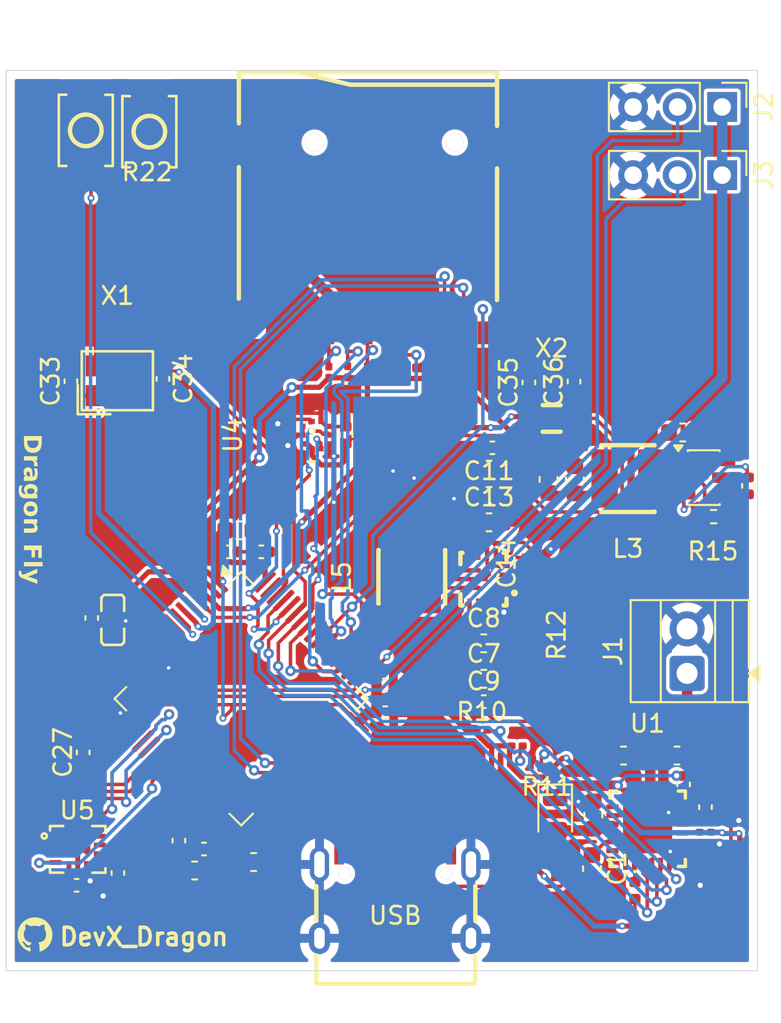
<source format=kicad_pcb>
(kicad_pcb (version 20241229) (generator "pcbnew") (generator_version "9.0")
  (layers (0 "F.Cu" signal) (2 "B.Cu" signal) (13 "F.Paste" user) (15 "B.Paste" user) (5 "F.SilkS" user "F.Silkscreen") (7 "B.SilkS" user "B.Silkscreen") (1 "F.Mask" user) (3 "B.Mask" user) (25 "Edge.Cuts" user))
  (net 0 "")
  (net 1 "GND")
  (net 2 "VBUS")
  (net 3 "BAT+")
  (net 4 "VREGN")
  (net 5 "/BTST")
  (net 6 "Net-(U1-BTST)")
  (net 7 "Net-(C5-Pad1)")
  (net 8 "VSYS")
  (net 9 "+5V")
  (net 10 "Net-(U2-Vaux)")
  (net 11 "Net-(U3-CB)")
  (net 12 "Net-(U3-SW)")
  (net 13 "+3.3V")
  (net 14 "/HSE_IN")
  (net 15 "/HSE_OUT")
  (net 16 "/LSE_IN")
  (net 17 "/LSE_OUT")
  (net 18 "/RESET")
  (net 19 "/SD_CD")
  (net 20 "/SD_DAT0")
  (net 21 "/SD_DAT3")
  (net 22 "/SD_DAT2")
  (net 23 "/SD_CLK")
  (net 24 "/SD_CMD")
  (net 25 "/SD_DAT1")
  (net 26 "Net-(D1-K)")
  (net 27 "Net-(D1-A)")
  (net 28 "/SERVO1")
  (net 29 "/SERVO2")
  (net 30 "Net-(U2-L2)")
  (net 31 "Net-(U2-L1)")
  (net 32 "Net-(U6-VDDA)")
  (net 33 "Net-(USB1-CC1)")
  (net 34 "Net-(USB1-CC2)")
  (net 35 "Net-(U1-ILIM)")
  (net 36 "Net-(U1-TS)")
  (net 37 "/BQ_PG")
  (net 38 "/I2C_SDA")
  (net 39 "/I2C_SCL")
  (net 40 "/BQ_INT")
  (net 41 "Net-(U2-EN)")
  (net 42 "Net-(U2-PG)")
  (net 43 "Net-(U3-FB)")
  (net 44 "/BOOT")
  (net 46 "/BQ_CE")
  (net 49 "/BMP_INT")
  (net 50 "/ICM_CLK")
  (net 52 "/ICM_CS")
  (net 53 "/ICM_INT2")
  (net 54 "/ICM_INT1")
  (net 58 "/ICM_SDI")
  (net 60 "/ICM_SDO")
  (net 66 "Net-(U6-VCAP_1)")
  (net 75 "/USB_DN")
  (net 78 "/USB_DP")
  (footprint "lcsc:VFQFPN-24_L4.0-W4.0-P0.50-BL-EP2.8" (layer "F.Cu") (at 145.24 90.025)
    (property "Reference" "U1")
    (property "Value" "BQ25883RGER")
  )
  (footprint "Resistor_SMD:R_0201_0603Metric" (layer "F.Cu") (at 116.7 53.625)
    (property "Reference" "R22")
    (property "Value" "10K")
  )
  (footprint "Capacitor_SMD:C_0402_1005Metric" (layer "F.Cu") (at 130.284998 83.407106)
    (property "Reference" "C26" (hide yes))
    (property "Value" "100nF")
  )
  (footprint "LED_SMD:LED_0805_2012Metric" (layer "F.Cu") (at 139.975 89.1875 -90)
    (property "Reference" "L1" (hide yes))
    (property "Value" "DFE252012F-1R0M=P2")
  )
  (footprint "Capacitor_SMD:C_0402_1005Metric" (layer "F.Cu") (at 118.509998 90.702106 -90)
    (property "Reference" "C32" (hide yes))
    (property "Value" "2.2uF")
  )
  (footprint "Capacitor_SMD:C_0603_1608Metric" (layer "F.Cu") (at 143.875 85.85 180)
    (property "Reference" "C6" (hide yes))
    (property "Value" "44uF")
  )
  (footprint "Capacitor_SMD:C_0402_1005Metric" (layer "F.Cu") (at 112.675 93.25)
    (property "Reference" "C21" (hide yes))
    (property "Value" "100nF")
  )
  (footprint "Resistor_SMD:R_0201_0603Metric" (layer "F.Cu") (at 148.555 90.95)
    (property "Reference" "R3" (hide yes))
    (property "Value" "383")
  )
  (footprint "Capacitor_SMD:C_0402_1005Metric" (layer "F.Cu") (at 121.364998 74.232106)
    (property "Reference" "C23" (hide yes))
    (property "Value" "100nF")
  )
  (footprint "Resistor_SMD:R_0201_0603Metric" (layer "F.Cu") (at 139.505 86.575 180)
    (property "Reference" "R11")
    (property "Value" "10K")
  )
  (footprint "Capacitor_SMD:C_0402_1005Metric" (layer "F.Cu") (at 128.05 67.57 90)
    (property "Reference" "C20" (hide yes))
    (property "Value" "100nF")
  )
  (footprint "Capacitor_SMD:C_0603_1608Metric" (layer "F.Cu") (at 136.2 71.05)
    (property "Reference" "C11")
    (property "Value" "22uF")
  )
  (footprint "Resistor_SMD:R_0201_0603Metric" (layer "F.Cu") (at 135.795 84.4)
    (property "Reference" "R10")
    (property "Value" "10K")
  )
  (footprint "Resistor_SMD:R_0201_0603Metric" (layer "F.Cu") (at 134.715 64.1125 90)
    (property "Reference" "R17" (hide yes))
    (property "Value" "10K")
  )
  (footprint "Capacitor_SMD:C_0603_1608Metric" (layer "F.Cu") (at 135.9 81.475)
    (property "Reference" "C7")
    (property "Value" "10uF")
  )
  (footprint "Capacitor_SMD:C_0603_1608Metric" (layer "F.Cu") (at 146.925 85.85)
    (property "Reference" "C2" (hide yes))
    (property "Value" "10uF")
  )
  (footprint "Resistor_SMD:R_0201_0603Metric" (layer "F.Cu") (at 129.28 90.325 180)
    (property "Reference" "R1" (hide yes))
    (property "Value" "5.1K")
  )
  (footprint "lcsc:SW-SMD_L3.9-W3.0-P4.45" (layer "F.Cu") (at 116.825 50.27 -90)
    (property "Reference" "SW2" (hide yes))
    (property "Value" "TS-1088-AR02016")
  )
  (footprint "lcsc:IND-SMD_L3.0-W3.0" (layer "F.Cu") (at 144.125 70.05 180)
    (property "Reference" "L3")
    (property "Value" "5.6uH")
  )
  (footprint "Resistor_SMD:R_0201_0603Metric" (layer "F.Cu") (at 144.525 95.205 90)
    (property "Reference" "R7" (hide yes))
    (property "Value" "10K")
  )
  (footprint "Capacitor_SMD:C_0603_1608Metric" (layer "F.Cu") (at 142.15 89.245 90)
    (property "Reference" "C5" (hide yes))
    (property "Value" "10uF")
  )
  (footprint "Resistor_SMD:R_0201_0603Metric" (layer "F.Cu") (at 128.14 63.9625 90)
    (property "Reference" "R19" (hide yes))
    (property "Value" "10K")
  )
  (footprint "Resistor_SMD:R_0201_0603Metric" (layer "F.Cu") (at 148.975 73.15 180)
    (property "Reference" "R15")
    (property "Value" "22.1K")
  )
  (footprint "Resistor_SMD:R_0201_0603Metric" (layer "F.Cu") (at 148.54 90.225 180)
    (property "Reference" "R8" (hide yes))
    (property "Value" "10K")
  )
  (footprint "Connector_PinHeader_2.54mm:PinHeader_1x03_P2.54mm_Vertical" (layer "F.Cu") (at 149.5 52.75 -90)
    (property "Reference" "J3")
    (property "Value" "Conn_01x03")
  )
  (footprint "Resistor_SMD:R_0201_0603Metric" (layer "F.Cu") (at 133.64 64.1125 90)
    (property "Reference" "R16" (hide yes))
    (property "Value" "10K")
  )
  (footprint "Capacitor_SMD:C_0402_1005Metric" (layer "F.Cu") (at 113.05 85.67 90)
    (property "Reference" "C27")
    (property "Value" "100nF")
  )
  (footprint "Capacitor_SMD:C_0402_1005Metric" (layer "F.Cu") (at 113.538946 78.005392 -90)
    (property "Reference" "C19" (hide yes))
    (property "Value" "100nF")
  )
  (footprint "lcsc:VQFN-HR-15_L3.0-W2.5-P0.50-BL_TPS63070RNMR" (layer "F.Cu") (at 136.02 75.79 90)
    (property "Reference" "U2" (hide yes))
    (property "Value" "TPS63070RNMR")
  )
  (footprint "lcsc:TF-SMD_TF-01A" (layer "F.Cu") (at 129.3 56.4625 180)
    (property "Reference" "Card1" (hide yes))
    (property "Value" "TF-01A")
  )
  (footprint "Connector_PinHeader_2.54mm:PinHeader_1x03_P2.54mm_Vertical" (layer "F.Cu") (at 149.5 48.86 -90)
    (property "Reference" "J2")
    (property "Value" "Conn_01x03")
  )
  (footprint "lcsc:LGA-14_L3.0-W2.5-P0.50-TL" (layer "F.Cu") (at 112.74 91.2)
    (property "Reference" "U5")
    (property "Value" "ICM-45686")
  )
  (footprint "Resistor_SMD:R_0201_0603Metric" (layer "F.Cu") (at 148.185 92.085 -90)
    (property "Reference" "R5" (hide yes))
    (property "Value" "30.1K")
  )
  (footprint "Capacitor_SMD:C_0402_1005Metric" (layer "F.Cu") (at 151 70.47 -90)
    (property "Reference" "C16" (hide yes))
    (property "Value" "2.2uF")
  )
  (footprint "Capacitor_SMD:C_0603_1608Metric" (layer "F.Cu") (at 136.2 72.55)
    (property "Reference" "C13")
    (property "Value" "22uF")
  )
  (footprint "Capacitor_SMD:C_0603_1608Metric" (layer "F.Cu") (at 122.774874 91.925126)
    (property "Reference" "C31" (hide yes))
    (property "Value" "10uF")
  )
  (footprint "Capacitor_SMD:C_0603_1608Metric" (layer "F.Cu") (at 142.075 92.3 -90)
    (property "Reference" "C1")
    (property "Value" "1uF")
  )
  (footprint "lcsc:USB-C-SMD_TYPE-C-6PIN-2MD-073" (layer "F.Cu") (at 130.85 93.8925)
    (property "Reference" "USB")
    (property "Value" "TYPE-C 16PIN 2MD(073)")
  )
  (footprint "Resistor_SMD:R_0201_0603Metric" (layer "F.Cu") (at 137.804999 85.3)
    (property "Reference" "R9" (hide yes))
    (property "Value" "10K")
  )
  (footprint "Capacitor_SMD:C_0201_0603Metric" (layer "F.Cu") (at 138.25 74.88 90)
    (property "Reference" "C14")
    (property "Value" "100nF")
  )
  (footprint "lcsc:LGA-10_L2.0-W2.0-P0.50-TL_BMP580" (layer "F.Cu") (at 126.365 67.575 90)
    (property "Reference" "U4")
    (property "Value" "BMP580")
  )
  (footprint "Capacitor_SMD:C_0402_1005Metric" (layer "F.Cu") (at 119.939998 91.182106 180)
    (property "Reference" "C24" (hide yes))
    (property "Value" "100nF")
  )
  (footprint "lcsc:L0603" (layer "F.Cu") (at 114.738946 78.110392 90)
    (property "Reference" "L4" (hide yes))
    (property "Value" "FCM1608KF-601T03")
  )
  (footprint "lcsc:IND-SMD_L3.0-W3.0" (layer "F.Cu") (at 131.8 75.655 90)
    (property "Reference" "L5")
    (property "Value" "1.5uH")
  )
  (footprint "Resistor_SMD:R_0201_0603Metric" (layer "F.Cu") (at 148.935 92.08 -90)
    (property "Reference" "R6" (hide yes))
    (property "Value" "10K")
  )
  (footprint "Capacitor_SMD:C_0402_1005Metric" (layer "F.Cu") (at 115.03 92.55 -90)
    (property "Reference" "C22" (hide yes))
    (property "Value" "100nF")
  )
  (footprint "Resistor_SMD:R_0201_0603Metric" (layer "F.Cu") (at 150 91.255 -90)
    (property "Reference" "R4" (hide yes))
    (property "Value" "5.23K")
  )
  (footprint "Resistor_SMD:R_0201_0603Metric" (layer "F.Cu") (at 127.065 63.9875 90)
    (property "Reference" "R18" (hide yes))
    (property "Value" "10K")
  )
  (footprint "Capacitor_SMD:C_0603_1608Metric" (layer "F.Cu") (at 141.1 70.125 90)
    (property "Reference" "C18" (hide yes))
    (property "Value" "22uF")
  )
  (footprint "Resistor_SMD:R_0201_0603Metric" (layer "F.Cu") (at 129.265 63.9625 90)
    (property "Reference" "R20" (hide yes))
    (property "Value" "10K")
  )
  (footprint "Capacitor_SMD:C_0402_1005Metric" (layer "F.Cu") (at 135.9 82.775)
    (property "Reference" "C9")
    (property "Value" "10uF")
  )
  (footprint "Capacitor_SMD:C_0402_1005Metric" (layer "F.Cu") (at 147.3 87.495 -90)
    (property "Reference" "C4" (hide yes))
    (property "Value" "47nF")
  )
  (footprint "Capacitor_SMD:C_0402_1005Metric" (layer "F.Cu") (at 136.395 68.3)
    (property "Reference" "C12" (hide yes))
    (property "Value" "22uF")
  )
  (footprint "TerminalBlock:TerminalBlock_Xinya_XY308-2.54-2P_1x02_P2.54mm_Horizontal" (layer "F.Cu") (at 147.5 81.165 90)
    (property "Reference" "J1")
    (property "Value" "Screw_Terminal_01x02")
  )
  (footprint "Capacitor_SMD:C_0603_1608Metric" (layer "F.Cu") (at 147.25 67.425 180)
    (property "Reference" "C15" (hide yes))
    (property "Value" "100nF")
  )
  (footprint "Capacitor_SMD:C_0402_1005Metric" (layer "F.Cu") (at 112.35 64.5 90)
    (property "Reference" "C33")
    (property "Value" "20pF")
  )
  (footprint "Capacitor_SMD:C_0603_1608Metric" (layer "F.Cu") (at 121.934998 73.007106)
    (property "Reference" "C29" (hide yes))
    (property "Value" "1uF")
  )
  (footprint "Resistor_SMD:R_0402_1005Metric" (layer "F.Cu") (at 149.015 72.225)
    (property "Reference" "R14" (hide yes))
    (property "Value" "100K")
  )
  (footprint "lcsc:FC-135R_L3.2-W1.5" (layer "F.Cu") (at 139.775 66.625)
    (property "Reference" "X2")
    (property "Value" "Q13FC1350000400")
  )
  (footprint "All Custom:Github" (layer "F.Cu") (at 110.3 96.05)
    (property "Reference" "G***" (hide yes))
    (property "Value" "LOGO" (hide yes))
  )
  (footprint "Resistor_SMD:R_0201_0603Metric" (layer "F.Cu") (at 138.605 75.975)
    (property "Reference" "R13" (hide yes))
    (property "Value" "10K")
  )
  (footprint "Capacitor_SMD:C_0603_1608Metric" (layer "F.Cu") (at 136.2 69.55)
    (property "Reference" "C10" (hide yes))
    (property "Value" "22uF")
  )
  (footprint "Capacitor_SMD:C_0201_0603Metric" (layer "F.Cu") (at 113.22 53.42)
    (property "Reference" "C37" (hide yes))
    (property "Value" "100nF")
  )
  (footprint "Capacitor_SMD:C_0402_1005Metric" (layer "F.Cu") (at 141.05 64.525 90)
    (property "Reference" "C36")
    (property "Value" "6.8pF")
  )
  (footprint "Package_TO_SOT_SMD:SOT-23-6" (layer "F.Cu") (at 148.45 70)
    (property "Reference" "U3" (hide yes))
    (property "Value" "LMR51430")
  )
  (footprint "Capacitor_SMD:C_0603_1608Metric" (layer "F.Cu") (at 135.9 79.45)
    (property "Reference" "C8")
    (property "Value" "10uF")
  )
  (footprint "Capacitor_SMD:C_0402_1005Metric" (layer "F.Cu") (at 138.475 64.57 90)
    (property "Reference" "C35")
    (property "Value" "6.8pF")
  )
  (footprint "Resistor_SMD:R_0201_0603Metric" (layer "F.Cu") (at 132.905 90.35)
    (property "Reference" "R2" (hide yes))
    (property "Value" "5.1K")
  )
  (footprint "lcsc:SW-SMD_L3.9-W3.0-P4.45" (layer "F.Cu") (at 113.2 50.195 -90)
    (property "Reference" "SW1" (hide yes))
    (property "Value" "TS-1088-AR02016")
  )
  (footprint "Capacitor_SMD:C_0402_1005Metric" (layer "F.Cu") (at 123.209998 74.232106 180)
    (property "Reference" "C25" (hide yes))
    (property "Value" "100nF")
  )
  (footprint "Capacitor_SMD:C_0402_1005Metric" (layer "F.Cu") (at 130.264998 81.832106)
    (property "Reference" "C28" (hide yes))
    (property "Value" "1uF")
  )
  (footprint "Resistor_SMD:R_0201_0603Metric" (layer "F.Cu") (at 131.415 64.0275 90)
    (property "Reference" "R21" (hide yes))
    (property "Value" "10K")
  )
  (footprint "Capacitor_SMD:C_0402_1005Metric" (layer "F.Cu") (at 148.55 88.795 90)
    (property "Reference" "C3" (hide yes))
    (property "Value" "10uF")
  )
  (footprint "LED_SMD:LED_0402_1005Metric" (layer "F.Cu") (at 144.525 93.55 -90)
    (property "Reference" "D1" (hide yes))
    (property "Value" "LED")
  )
  (footprint "Capacitor_SMD:C_0603_1608Metric" (layer "F.Cu") (at 119.409998 92.407106 180)
    (property "Reference" "C30" (hide yes))
    (property "Value" "1uF")
  )
  (footprint "lcsc:CRYSTAL-SMD_4P-L3.2-W2.5-BL" (layer "F.Cu") (at 115 64.475)
    (property "Reference" "X1")
    (property "Value" "X322525MOB4SI")
  )
  (footprint "Package_QFP:LQFP-64_10x10mm_P0.5mm" (layer "F.Cu") (at 122.063946 82.610392 -45)
    (property "Reference" "U6" (hide yes))
    (property "Value" "STM32F722RETx")
  )
  (footprint "Capacitor_SMD:C_0402_1005Metric" (layer "F.Cu") (at 117.6 64.37 -90)
    (property "Reference" "C34")
    (property "Value" "20pF")
  )
  (footprint "Resistor_SMD:R_0201_0603Metric" (layer "F.Cu") (at 138.25 77.07 -90)
    (property "Reference" "R12")
    (property "Value" "10K")
  )
  (footprint "Capacitor_SMD:C_0603_1608Metric" (layer "F.Cu") (at 139.6 70.1 90)
    (property "Reference" "C17" (hide yes))
    (property "Value" "22uF")
  )
  (gr_rect (start 108.65 46.775) (end 151.525 98.125) (stroke (width 0.05)) (fill no) (layer "Edge.Cuts"))
  (gr_text "Dragon Fly" (at 109.5 67.5 270) (layer "F.SilkS") (effects (font (size 1 1) (thickness 0.25) (bold yes)) (justify left bottom)))
  (gr_text "DevX_Dragon" (at 111.6 96.775 0) (layer "F.SilkS") (effects (font (size 1 1) (thickness 0.2) (bold yes)) (justify left bottom)))
  (segment (start 113.538946 78.485392) (end 113.864946 78.159392) (width 0.2) (layer "F.Cu") (net 1))
  (segment (start 113.864946 78.159392) (end 115.459392 78.159392) (width 0.2) (layer "F.Cu") (net 1))
  (segment (start 144.5 89.275) (end 143.24 89.275) (width 0.2) (layer "F.Cu") (net 1))
  (segment (start 122.729998 73.027106) (end 122.709998 73.007106) (width 0.2) (layer "F.Cu") (net 1))
  (segment (start 141.489806 85.85) (end 143.1 85.85) (width 0.2) (layer "F.Cu") (net 1))
  (segment (start 136.213 75.337) (end 136.275 75.275) (width 0.2) (layer "F.Cu") (net 1))
  (segment (start 133.025 70.025) (end 134.2 71.2) (width 0.2) (layer "F.Cu") (net 1))
  (segment (start 148.25 93.25) (end 148.25 92.47) (width 0.2) (layer "F.Cu") (net 1))
  (segment (start 141.305 88.47) (end 141.3 88.475) (width 0.2) (layer "F.Cu") (net 1))
  (segment (start 115.231094 84.84705) (end 114.823958 84.84705) (width 0.2) (layer "F.Cu") (net 1))
  (segment (start 136.213 75.213) (end 136.275 75.275) (width 0.2) (layer "F.Cu") (net 1))
  (segment (start 142.15 88.47) (end 141.305 88.47) (width 0.2) (layer "F.Cu") (net 1))
  (segment (start 136.09 74.917) (end 136.09 74.34) (width 0.2) (layer "F.Cu") (net 1))
  (segment (start 136.615 77.24) (end 137.05 77.675) (width 0.2) (layer "F.Cu") (net 1))
  (segment (start 136.25 71.475) (end 136.55 71.475) (width 0.2) (layer "F.Cu") (net 1))
  (segment (start 113.155 93.25) (end 112.74 92.835) (width 0.2) (layer "F.Cu") (net 1))
  (segment (start 148.875 90.95) (end 149.28738 90.95) (width 0.2) (layer "F.Cu") (net 1))
  (segment (start 127.145 68.075) (end 127.145 68.571) (width 0.2) (layer "F.Cu") (net 1))
  (segment (start 124.757182 66.323) (end 124.152591 66.927591) (width 0.2) (layer "F.Cu") (net 1))
  (segment (start 148.25 92.47) (end 148.185 92.405) (width 0.2) (layer "F.Cu") (net 1))
  (segment (start 112.74 92.835) (end 112.74 92.21) (width 0.2) (layer "F.Cu") (net 1))
  (segment (start 115.753018 84.325126) (end 115.231094 84.84705) (width 0.2) (layer "F.Cu") (net 1))
  (segment (start 114.523988 84.076012) (end 115.175 83.425) (width 0.2) (layer "F.Cu") (net 1))
  (segment (start 136.213 75.04) (end 136.09 74.917) (width 0.2) (layer "F.Cu") (net 1))
  (segment (start 127.349001 71.408106) (end 129.134253 69.622854) (width 0.2) (layer "F.Cu") (net 1))
  (segment (start 125.585 67.075) (end 125.585 67.575) (width 0.2) (layer "F.Cu") (net 1))
  (segment (start 145.525 90.025) (end 146.45 89.1) (width 0.2) (layer "F.Cu") (net 1))
  (segment (start 140.33733 87.002476) (end 141.489806 85.85) (width 0.2) (layer "F.Cu") (net 1))
  (segment (start 136.425 75.04) (end 136.425 75.125) (width 0.2) (layer "F.Cu") (net 1))
  (segment (start 126.615 66.795) (end 126.615 66.445) (width 0.2) (layer "F.Cu") (net 1))
  (segment (start 117.925 80.85) (end 117.82868 80.85) (width 0.2) (layer "F.Cu") (net 1))
  (segment (start 126.493 66.323) (end 124.757182 66.323) (width 0.2) (layer "F.Cu") (net 1))
  (segment (start 136.213 75.529) (end 136.213 75.337) (width 0.2) (layer "F.Cu") (net 1))
  (segment (start 122.729998 74.232106) (end 122.729998 73.027106) (width 0.2) (layer "F.Cu") (net 1))
  (segment (start 114.192402 93.857254) (end 114.202746 93.857254) (width 0.2) (layer "F.Cu") (net 1))
  (segment (start 115.459392 78.159392) (end 115.475 78.175) (width 0.2) (layer "F.Cu") (net 1))
  (segment (start 124.725 68.175) (end 125.325 67.575) (width 0.2) (layer "F.Cu") (net 1))
  (segment (start 127.16 67.09) (end 127.145 67.075) (width 0.2) (layer "F.Cu") (net 1))
  (segment (start 145.25 90.025) (end 144.5 89.275) (width 0.2) (layer "F.Cu") (net 1))
  (segment (start 117.82868 80.85) (end 116.813678 79.834998) (width 0.2) (layer "F.Cu") (net 1))
  (segment (start 148.93 92.405) (end 148.935 92.4) (width 0.2) (layer "F.Cu") (net 1))
  (segment (start 113.155 93.25) (end 113.194525 93.25) (width 0.2) (layer "F.Cu") (net 1))
  (segment (start 146.539998 91.324998) (end 146.539998 91.314998) (width 0.2) (layer "F.Cu") (net 1))
  (segment (start 136.425 75.04) (end 136.213 75.04) (width 0.2) (layer "F.Cu") (net 1))
  (segment (start 113.194525 93.25) (end 113.450001 92.994524) (width 0.2) (layer "F.Cu") (net 1))
  (segment (start 126.615 66.445) (end 126.493 66.323) (width 0.2) (layer "F.Cu") (net 1))
  (segment (start 125.325 67.575) (end 125.585 67.575) (width 0.2) (layer "F.Cu") (net 1))
  (segment (start 142.15 88.47) (end 142.435 88.47) (width 0.2) (layer "F.Cu") (net 1))
  (segment (start 136.213 75.529) (end 135.952 75.79) (width 0.2) (layer "F.Cu") (net 1))
  (segment (start 146.539998 91.314998) (end 145.25 90.025) (width 0.2) (layer "F.Cu") (net 1))
  (segment (start 121.844998 74.232106) (end 122.729998 74.232106) (width 0.2) (layer "F.Cu") (net 1))
  (segment (start 136.55 71.475) (end 136.975 71.05) (width 0.2) (layer "F.Cu") (net 1))
  (segment (start 128.025 67.183162) (end 128.025 67.09) (width 0.2) (layer "F.Cu") (net 1))
  (segment (start 148.935 92.4) (end 148.935 92.415) (width 0.2) (layer "F.Cu") (net 1))
  (segment (start 137.52 74.56) (end 138.25 74.56) (width 0.2) (layer "F.Cu") (net 1))
  (segment (start 135.952 75.79) (end 135.2 75.79) (width 0.2) (layer "F.Cu") (net 1))
  (segment (start 145.25 90.025) (end 145.525 90.025) (width 0.2) (layer "F.Cu") (net 1))
  (segment (start 131.925 70.025) (end 133.025 70.025) (width 0.2) (layer "F.Cu") (net 1))
  (segment (start 136.425 75.125) (end 136.275 75.275) (width 0.2) (layer "F.Cu") (net 1))
  (segment (start 126.895 67.075) (end 126.615 66.795) (width 0.2) (layer "F.Cu") (net 1))
  (segment (start 148.935 92.4) (end 148.19 92.4) (width 0.2) (layer "F.Cu") (net 1))
  (segment (start 137.04 75.04) (end 136.425 75.04) (width 0.2) (layer "F.Cu") (net 1))
  (segment (start 129.134253 69.622854) (end 130.722854 69.622854) (width 0.2) (layer "F.Cu") (net 1))
  (segment (start 114.202746 93.857254) (end 115.03 93.03) (width 0.2) (layer "F.Cu") (net 1))
  (segment (start 127.145 67.075) (end 126.895 67.075) (width 0.2) (layer "F.Cu") (net 1))
  (segment (start 136.59 77.24) (end 136.615 77.24) (width 0.2) (layer "F.Cu") (net 1))
  (segment (start 128.05 67.09) (end 127.16 67.09) (width 0.2) (layer "F.Cu") (net 1))
  (segment (start 136.213 75.04) (end 136.213 75.213) (width 0.2) (layer "F.Cu") (net 1))
  (segment (start 148.55 88.315) (end 149.215 88.315) (width 0.4) (layer "F.Cu") (net 1))
  (segment (start 149.28738 90.95) (end 149.35 90.88738) (width 0.2) (layer "F.Cu") (net 1))
  (segment (start 114.823958 84.84705) (end 114.523988 84.54708) (width 0.2) (layer "F.Cu") (net 1))
  (segment (start 127.145 68.571) (end 127.349 68.775) (width 0.2) (layer "F.Cu") (net 1))
  (segment (start 148.19 92.4) (end 148.185 92.405) (width 0.2) (layer "F.Cu") (net 1))
  (segment (start 142.435 88.47) (end 143.24 89.275) (width 0.2) (layer "F.Cu") (net 1))
  (segment (start 149.215 88.315) (end 150.45 89.55) (width 0.4) (layer "F.Cu") (net 1))
  (segment (start 114.523988 84.54708) (end 114.523988 84.076012) (width 0.2) (layer "F.Cu") (net 1))
  (segment (start 137.04 75.04) (end 137.52 74.56) (width 0.2) (layer "F.Cu") (net 1))
  (via (at 117.925 80.85) (size 0.4) (drill 0.2) (layers "F.Cu" "B.Cu") (net 1))
  (via (at 115.175 83.425) (size 0.4) (drill 0.2) (layers "F.Cu" "B.Cu") (net 1))
  (via (at 137.05 77.675) (size 0.6) (drill 0.3) (layers "F.Cu" "B.Cu") (net 1))
  (via (at 146.539998 91.324998) (size 0.4) (drill 0.2) (layers "F.Cu" "B.Cu") (net 1))
  (via (at 131.925 70.025) (size 0.4) (drill 0.2) (layers "F.Cu" "B.Cu") (net 1))
  (via (at 134.2 71.2) (size 0.4) (drill 0.2) (layers "F.Cu" "B.Cu") (net 1))
  (via (at 130.722854 69.622854) (size 0.4) (drill 0.2) (layers "F.Cu" "B.Cu") (net 1))
  (via (at 148.25 93.25) (size 0.6) (drill 0.3) (layers "F.Cu" "B.Cu") (net 1))
  (via (at 115.475 78.175) (size 0.4) (drill 0.2) (layers "F.Cu" "B.Cu") (net 1))
  (via (at 146.45 89.1) (size 0.4) (drill 0.2) (layers "F.Cu" "B.Cu") (net 1))
  (via (at 127.349 68.775) (size 0.4) (drill 0.2) (layers "F.Cu" "B.Cu") (net 1))
  (via (at 136.25 71.475) (size 0.4) (drill 0.2) (layers "F.Cu" "B.Cu") (net 1))
  (via (at 114.192402 93.857254) (size 0.6) (drill 0.3) (layers "F.Cu" "B.Cu") (net 1))
  (via (at 149.35 90.88738) (size 0.6) (drill 0.3) (layers "F.Cu" "B.Cu") (net 1))
  (via (at 124.725 68.175) (size 0.6) (drill 0.3) (layers "F.Cu" "B.Cu") (net 1))
  (via (at 124.152591 66.927591) (size 0.6) (drill 0.3) (layers "F.Cu" "B.Cu") (net 1))
  (via (at 113.450001 92.994524) (size 0.6) (drill 0.3) (layers "F.Cu" "B.Cu") (net 1))
  (via (at 127.349001 71.408106) (size 0.4) (drill 0.2) (layers "F.Cu" "B.Cu") (net 1))
  (via micro (at 136.275 75.275) (size 0.3) (drill 0.1) (layers "F.Cu" "B.Cu") (net 1))
  (via (at 140.33733 87.002476) (size 0.4) (drill 0.2) (layers "F.Cu" "B.Cu") (net 1))
  (via (at 141.3 88.475) (size 0.4) (drill 0.2) (layers "F.Cu" "B.Cu") (net 1))
  (via (at 150.45 89.55) (size 0.6) (drill 0.3) (layers "F.Cu" "B.Cu") (net 1))
  (segment (start 124.152591 66.927591) (end 124.152591 67.602591) (width 0.2) (layer "B.Cu") (net 1))
  (segment (start 149.35 90.88738) (end 149.35 92.15) (width 0.2) (layer "B.Cu") (net 1))
  (segment (start 148.25 93.25) (end 146.539998 91.539998) (width 0.2) (layer "B.Cu") (net 1))
  (segment (start 115.175 83.425) (end 117.75 80.85) (width 0.2) (layer "B.Cu") (net 1))
  (segment (start 149.075 80.2) (end 147.5 78.625) (width 0.2) (layer "B.Cu") (net 1))
  (segment (start 149.35 92.15) (end 148.25 93.25) (width 0.2) (layer "B.Cu") (net 1))
  (segment (start 117.75 80.85) (end 117.925 80.85) (width 0.2) (layer "B.Cu") (net 1))
  (segment (start 141.3 88.475) (end 141.3 87.965146) (width 0.2) (layer "B.Cu") (net 1))
  (segment (start 127.382107 68.808107) (end 127.382107 71.375) (width 0.2) (layer "B.Cu") (net 1))
  (segment (start 150.901 90.001) (end 150.45 89.55) (width 0.2) (layer "B.Cu") (net 1))
  (segment (start 146.45 89.1) (end 149.075 89.1) (width 0.2) (layer "B.Cu") (net 1))
  (segment (start 113.450001 93.114853) (end 114.192402 93.857254) (width 0.2) (layer "B.Cu") (net 1))
  (segment (start 127.349 68.775) (end 127.382107 68.808107) (width 0.2) (layer "B.Cu") (net 1))
  (segment (start 150.901 90.486811) (end 150.901 90.001) (width 0.2) (layer "B.Cu") (net 1))
  (segment (start 124.152591 67.602591) (end 124.725 68.175) (width 0.2) (layer "B.Cu") (net 1))
  (segment (start 113.450001 92.994524) (end 113.450001 93.114853) (width 0.2) (layer "B.Cu") (net 1))
  (segment (start 134.475 71.475) (end 136.25 71.475) (width 0.2) (layer "B.Cu") (net 1))
  (segment (start 134.2 71.2) (end 134.475 71.475) (width 0.2) (layer "B.Cu") (net 1))
  (segment (start 149.35 90.88738) (end 150.500431 90.88738) (width 0.2) (layer "B.Cu") (net 1))
  (segment (start 130.722854 69.622854) (end 131.522854 69.622854) (width 0.2) (layer "B.Cu") (net 1))
  (segment (start 127.382107 71.375) (end 127.349001 71.408106) (width 0.2) (layer "B.Cu") (net 1))
  (segment (start 131.522854 69.622854) (end 131.925 70.025) (width 0.2) (layer "B.Cu") (net 1))
  (segment (start 127.349 68.775) (end 127.448 68.874) (width 0.2) (layer "B.Cu") (net 1))
  (segment (start 141.3 87.965146) (end 140.33733 87.002476) (width 0.2) (layer "B.Cu") (net 1))
  (segment (start 149.075 89.1) (end 149.075 80.2) (width 0.2) (layer "B.Cu") (net 1))
  (segment (start 146.539998 91.539998) (end 146.539998 91.324998) (width 0.2) (layer "B.Cu") (net 1))
  (segment (start 150.500431 90.88738) (end 150.901 90.486811) (width 0.2) (layer "B.Cu") (net 1))
  (segment (start 142.075 91.525) (end 140.2865 93.3135) (width 0.2) (layer "F.Cu") (net 2))
  (segment (start 133.199 93.3135) (end 132.6 92.7145) (width 0.2) (layer "F.Cu") (net 2))
  (segment (start 128.45 91.5125) (end 128.45 92.0645) (width 0.2) (layer "F.Cu") (net 2))
  (segment (start 142.825 90.775) (end 142.075 91.525) (width 0.2) (layer "F.Cu") (net 2))
  (segment (start 143.24 90.775) (end 142.825 90.775) (width 0.2) (layer "F.Cu") (net 2))
  (segment (start 129.1 92.7145) (end 132.6 92.7145) (width 0.2) (layer "F.Cu") (net 2))
  (segment (start 128.45 92.0645) (end 129.1 92.7145) (width 0.2) (layer "F.Cu") (net 2))
  (segment (start 132.6 92.7145) (end 133.25 92.0645) (width 0.2) (layer "F.Cu") (net 2))
  (segment (start 140.2865 93.3135) (end 133.199 93.3135) (width 0.2) (layer "F.Cu") (net 2))
  (segment (start 133.25 92.0645) (end 133.25 91.5125) (width 0.2) (layer "F.Cu") (net 2))
  (segment (start 147.5 81.165) (end 147.5 84.5) (width 0.6) (layer "F.Cu") (net 3))
  (segment (start 146.15 85.85) (end 146.15 87.685) (width 0.6) (layer "F.Cu") (net 3))
  (segment (start 147.5 84.5) (end 146.15 85.85) (width 0.6) (layer "F.Cu") (net 3))
  (segment (start 146.15 87.685) (end 146.49 88.025) (width 0.6) (layer "F.Cu") (net 3))
  (segment (start 146.49 88.025) (end 146.395 87.93) (width 0.6) (layer "F.Cu") (net 3))
  (segment (start 146.395 87.93) (end 146.15 87.93) (width 0.6) (layer "F.Cu") (net 3))
  (segment (start 146.15 87.93) (end 146.15 88.025) (width 0.6) (layer "F.Cu") (net 3))
  (segment (start 150 89.95) (end 150 90.935) (width 0.2) (layer "F.Cu") (net 4))
  (segment (start 148.55 89.275) (end 147.24 89.275) (width 0.2) (layer "F.Cu") (net 4))
  (segment (start 149.325 89.275) (end 150 89.95) (width 0.2) (layer "F.Cu") (net 4))
  (segment (start 148.55 89.275) (end 149.325 89.275) (width 0.2) (layer "F.Cu") (net 4))
  (segment (start 140.656 87.569) (end 143.544 87.569) (width 0.6) (layer "F.Cu") (net 5))
  (segment (start 143.544 87.569) (end 144 88.025) (width 0.2) (layer "F.Cu") (net 5))
  (segment (start 139.975 88.25) (end 140.656 87.569) (width 0.6) (layer "F.Cu") (net 5))
  (segment (start 146.915 87.015) (end 146.9 87) (width 0.2) (layer "F.Cu") (net 5))
  (segment (start 144.49 88.025) (end 144 88.025) (width 0.2) (layer "F.Cu") (net 5))
  (segment (start 147.3 87.015) (end 146.915 87.015) (width 0.2) (layer "F.Cu") (net 5))
  (via (at 143.544 87.569) (size 0.6) (drill 0.3) (layers "F.Cu" "B.Cu") (net 5))
  (via (at 146.9 87) (size 0.6) (drill 0.3) (layers "F.Cu" "B.Cu") (net 5))
  (segment (start 146.9 87) (end 144.05 87) (width 0.2) (layer "B.Cu") (net 5))
  (segment (start 143.544 87.506) (end 143.544 87.569) (width 0.2) (layer "B.Cu") (net 5))
  (segment (start 144.05 87) (end 143.544 87.506) (width 0.2) (layer "B.Cu") (net 5))
  (segment (start 147.3 88.715) (end 147.24 88.775) (width 0.2) (layer "F.Cu") (net 6))
  (segment (start 147.3 87.975) (end 147.3 88.715) (width 0.2) (layer "F.Cu") (net 6))
  (segment (start 142.045 90.125) (end 142.15 90.02) (width 0.6) (layer "F.Cu") (net 7))
  (segment (start 143.086 90.02) (end 143.24 89.866) (width 0.6) (layer "F.Cu") (net 7))
  (segment (start 142.15 90.02) (end 143.086 90.02) (width 0.6) (layer "F.Cu") (net 7))
  (segment (start 139.975 90.125) (end 142.045 90.125) (width 0.6) (layer "F.Cu") (net 7))
  (segment (start 134.95 79.425) (end 135.09 79.285) (width 0.2) (layer "F.Cu") (net 8))
  (segment (start 137.365 78.275) (end 136.048 78.275) (width 0.2) (layer "F.Cu") (net 8))
  (segment (start 135.125 79.45) (end 135.125 81.475) (width 0.2) (layer "F.Cu") (net 8))
  (segment (start 138.25 77.39) (end 137.365 78.275) (width 0.2) (layer "F.Cu") (net 8))
  (segment (start 150.924 69.424) (end 150.924 69.99) (width 0.2) (layer "F.Cu") (net 8))
  (segment (start 150.914 70) (end 150.924 69.99) (width 0.2) (layer "F.Cu") (net 8))
  (segment (start 136.048 78.275) (end 135.59 77.817) (width 0.2) (layer "F.Cu") (net 8))
  (segment (start 135.09 79.285) (end 135.09 77.24) (width 0.2) (layer "F.Cu") (net 8))
  (segment (start 147.3125 71.1045) (end 147.3125 70.95) (width 0.2) (layer "F.Cu") (net 8))
  (segment (start 141.027 77.39) (end 147.3125 71.1045) (width 0.2) (layer "F.Cu") (net 8))
  (segment (start 135.42 82.775) (end 136.544 83.899) (width 0.2) (layer "F.Cu") (net 8))
  (segment (start 147.3125 70.95) (end 147.3125 71.8125) (width 0.2) (layer "F.Cu") (net 8))
  (segment (start 150.825 69.375) (end 150.875 69.375) (width 0.2) (layer "F.Cu") (net 8))
  (segment (start 150.875 69.375) (end 150.924 69.424) (width 0.2) (layer "F.Cu") (net 8))
  (segment (start 142.699 83.899) (end 144.65 85.85) (width 0.2) (layer "F.Cu") (net 8))
  (segment (start 134.95 79.45) (end 134.95 79.425) (width 0.2) (layer "F.Cu") (net 8))
  (segment (start 136.544 83.899) (end 142.699 83.899) (width 0.2) (layer "F.Cu") (net 8))
  (segment (start 149.5875 70) (end 150.914 70) (width 0.2) (layer "F.Cu") (net 8))
  (segment (start 135.125 79.625) (end 134.95 79.45) (width 0.2) (layer "F.Cu") (net 8))
  (segment (start 135.59 77.817) (end 135.59 77.24) (width 0.2) (layer "F.Cu") (net 8))
  (segment (start 145.49 88.025) (end 144.99 88.025) (width 0.2) (layer "F.Cu") (net 8))
  (segment (start 135.125 81.475) (end 135.125 82.48) (width 0.2) (layer "F.Cu") (net 8))
  (segment (start 134.95 79.45) (end 134.95 77.88) (width 0.2) (layer "F.Cu") (net 8))
  (segment (start 134.95 77.88) (end 135.59 77.24) (width 0.2) (layer "F.Cu") (net 8))
  (segment (start 144.65 85.85) (end 145.399 86.599) (width 0.6) (layer "F.Cu") (net 8))
  (segment (start 145.399 86.599) (end 145.399 87.934) (width 0.6) (layer "F.Cu") (net 8))
  (segment (start 147.3125 71.8125) (end 147.325 71.825) (width 0.2) (layer "F.Cu") (net 8))
  (segment (start 138.25 77.39) (end 141.027 77.39) (width 0.2) (layer "F.Cu") (net 8))
  (via (at 147.325 71.825) (size 0.4) (drill 0.2) (layers "F.Cu" "B.Cu") (net 8))
  (via (at 150.825 69.375) (size 0.4) (drill 0.2) (layers "F.Cu" "B.Cu") (net 8))
  (segment (start 149.775 69.375) (end 150.825 69.375) (width 0.2) (layer "B.Cu") (net 8))
  (segment (start 147.325 71.825) (end 149.775 69.375) (width 0.2) (layer "B.Cu") (net 8))
  (segment (start 135.59 74.34) (end 135.59 72.89) (width 0.2) (layer "F.Cu") (net 9))
  (segment (start 135.915 68.3) (end 135.915 69.06) (width 0.2) (layer "F.Cu") (net 9))
  (segment (start 138.925 74.43513) (end 138.18987 73.7) (width 0.2) (layer "F.Cu") (net 9))
  (segment (start 135.915 69.06) (end 135.425 69.55) (width 0.2) (layer "F.Cu") (net 9))
  (segment (start 136.4 73.7) (end 136.59 73.89) (width 0.2) (layer "F.Cu") (net 9))
  (segment (start 135.425 72.375) (end 135.25 72.55) (width 0.2) (layer "F.Cu") (net 9))
  (segment (start 135.25 72.55) (end 136.4 73.7) (width 0.2) (layer "F.Cu") (net 9))
  (segment (start 139.725 74.075) (end 138.925 74.875) (width 0.6) (layer "F.Cu") (net 9))
  (segment (start 135.425 69.55) (end 135.425 72.55) (width 0.2) (layer "F.Cu") (net 9))
  (segment (start 135.09 72.71) (end 135.25 72.55) (width 0.2) (layer "F.Cu") (net 9))
  (segment (start 138.925 74.875) (end 138.925 74.43513) (width 0.2) (layer "F.Cu") (net 9))
  (segment (start 136.59 73.89) (end 136.59 74.34) (width 0.2) (layer "F.Cu") (net 9))
  (segment (start 135.59 72.89) (end 135.25 72.55) (width 0.2) (layer "F.Cu") (net 9))
  (segment (start 135.09 74.34) (end 135.09 72.71) (width 0.2) (layer "F.Cu") (net 9))
  (segment (start 138.18987 73.7) (end 136.4 73.7) (width 0.2) (layer "F.Cu") (net 9))
  (segment (start 138.925 75.975) (end 138.925 74.875) (width 0.2) (layer "F.Cu") (net 9))
  (via (at 139.725 74.075) (size 0.4) (drill 0.2) (layers "F.Cu" "B.Cu") (net 9))
  (segment (start 149.5 64.3) (end 139.725 74.075) (width 0.6) (layer "B.Cu") (net 9))
  (segment (start 149.5 52.75) (end 149.5 64.3) (width 0.6) (layer "B.Cu") (net 9))
  (segment (start 149.5 52.75) (end 149.5 48.86) (width 0.6) (layer "B.Cu") (net 9))
  (segment (start 137.04 75.54) (end 137.91 75.54) (width 0.2) (layer "F.Cu") (net 10))
  (segment (start 137.91 75.54) (end 138.25 75.2) (width 0.2) (layer "F.Cu") (net 10))
  (segment (start 148.025 67.425) (end 148.025 67.4875) (width 0.2) (layer "F.Cu") (net 11))
  (segment (start 148.025 67.4875) (end 149.5875 69.05) (width 0.2) (layer "F.Cu") (net 11))
  (segment (start 147.3125 70) (end 148.044256 70) (width 0.2) (layer "F.Cu") (net 12))
  (segment (start 148.044256 70) (end 148.505 70.460744) (width 0.2) (layer "F.Cu") (net 12))
  (segment (start 145.455 68.445) (end 145.455 70.05) (width 0.2) (layer "F.Cu") (net 12))
  (segment (start 146.475 67.425) (end 145.455 68.445) (width 0.2) (layer "F.Cu") (net 12))
  (segment (start 147.3125 70) (end 145.505 70) (width 0.2) (layer "F.Cu") (net 12))
  (segment (start 148.505 70.460744) (end 148.505 72.225) (width 0.2) (layer "F.Cu") (net 12))
  (segment (start 145.505 70) (end 145.455 70.05) (width 0.2) (layer "F.Cu") (net 12))
  (segment (start 127.725 69.275) (end 126.633 69.275) (width 0.3) (layer "F.Cu") (net 13))
  (segment (start 120.184998 92.407106) (end 120.419998 92.172106) (width 0.6) (layer "F.Cu") (net 13))
  (segment (start 112.927946 79.978358) (end 115.899794 82.950206) (width 0.3) (layer "F.Cu") (net 13))
  (segment (start 141.1 70.9) (end 141.945 70.9) (width 0.3) (layer "F.Cu") (net 13))
  (segment (start 129.292894 83.407106) (end 128.799845 83.900155) (width 0.6) (layer "F.Cu") (net 13))
  (segment (start 130.36 62.475) (end 130.36 63.559504) (width 0.6) (layer "F.Cu") (net 13))
  (segment (start 129.804998 83.407106) (end 129.292894 83.407106) (width 0.6) (layer "F.Cu") (net 13))
  (segment (start 129.265 66.81) (end 128.025 68.05) (width 0.3) (layer "F.Cu") (net 13))
  (segment (start 116.603105 93.333106) (end 115.339999 92.07) (width 0.6) (layer "F.Cu") (net 13))
  (segment (start 113.460838 93.811) (end 114 93.271838) (width 0.2) (layer "F.Cu") (net 13))
  (segment (start 121.525 83.225) (end 121.025 83.725) (width 0.2) (layer "F.Cu") (net 13))
  (segment (start 119.125 75.373987) (end 119.125 72.825) (width 0.3) (layer "F.Cu") (net 13))
  (segment (start 128.025 68.05) (end 128.025 68.975) (width 0.3) (layer "F.Cu") (net 13))
  (segment (start 119.125 75.373987) (end 116.775351 75.373987) (width 0.3) (layer "F.Cu") (net 13))
  (segment (start 114.63525 86.15) (end 113.45 86.15) (width 0.3) (layer "F.Cu") (net 13))
  (segment (start 144.525 95.525) (end 146.84987 95.525) (width 0.3) (layer "F.Cu") (net 13))
  (segment (start 114 93.271838) (end 114 91.95) (width 0.2) (layer "F.Cu") (net 13))
  (segment (start 133.64 64.4325) (end 134.715 64.4325) (width 0.3) (layer "F.Cu") (net 13))
  (segment (start 129.953104 82.593106) (end 133.296102 82.593106) (width 0.6) (layer "F.Cu") (net 13))
  (segment (start 135.102996 84.4) (end 135.434 84.4) (width 0.6) (layer "F.Cu") (net 13))
  (segment (start 114.623946 77.525392) (end 114.738946 77.410392) (width 0.3) (layer "F.Cu") (net 13))
  (segment (start 123.078998 74.843106) (end 123.425127 74.496977) (width 0.3) (layer "F.Cu") (net 13))
  (segment (start 139.825 86.774999) (end 139.825 86.575) (width 0.3) (layer "F.Cu") (net 13))
  (segment (start 137.484999 85.3) (end 137.374 85.410999) (width 0.3) (layer "F.Cu") (net 13))
  (segment (start 123.425127 75.945911) (end 123.425127 74.496977) (width 0.3) (layer "F.Cu") (net 13))
  (segment (start 140.607944 85.992056) (end 140.407944 85.992056) (width 0.3) (layer "F.Cu") (net 13))
  (segment (start 120.184998 92.407106) (end 121.517894 92.407106) (width 0.6) (layer "F.Cu") (net 13))
  (segment (start 136.35 85.3) (end 137.484999 85.3) (width 0.3) (layer "F.Cu") (net 13))
  (segment (start 126.524113 64.848387) (end 127.065 64.3075) (width 0.3) (layer "F.Cu") (net 13))
  (segment (start 146.84987 95.525) (end 150.501 91.87387) (width 0.3) (layer "F.Cu") (net 13))
  (segment (start 136.35 89.725) (end 139.35 92.725) (width 0.3) (layer "F.Cu") (net 13))
  (segment (start 112.24 92.21) (end 112.24 93.201838) (width 0.2) (layer "F.Cu") (net 13))
  (segment (start 139.523999 87.076) (end 139.825 86.774999) (width 0.3) (layer "F.Cu") (net 13))
  (segment (start 120.419998 91.182106) (end 120.419998 89.700476) (width 0.6) (layer "F.Cu") (net 13))
  (segment (start 130.36 61.7425) (end 130.36 62.475) (width 0.6) (layer "F.Cu") (net 13))
  (segment (start 129.596004 64.3235) (end 129.265 64.3235) (width 0.6) (layer "F.Cu") (net 13))
  (segment (start 115.899794 82.950206) (end 116.678495 83.728907) (width 0.3) (layer "F.Cu") (net 13))
  (segment (start 110.975057 93.25) (end 112.195 93.25) (width 0.3) (layer "F.Cu") (net 13))
  (segment (start 131.083996 64.3885) (end 131.415 64.3885) (width 0.6) (layer "F.Cu") (net 13))
  (segment (start 129.784998 81.832106) (end 129.784998 82.425) (width 0.6) (layer "F.Cu") (net 13))
  (segment (start 120.419998 89.700476) (end 120.774183 89.346291) (width 0.6) (layer "F.Cu") (net 13))
  (segment (start 133.555 64.3475) (end 133.64 64.4325) (width 0.3) (layer "F.Cu") (net 13))
  (segment (start 125.585 68.075) (end 125.835 68.075) (width 0.3) (layer "F.Cu") (net 13))
  (segment (start 112.849162 93.811) (end 113.460838 93.811) (width 0.2) (layer "F.Cu") (net 13))
  (segment (start 137.374 85.410999) (end 137.374 86.398943) (width 0.3) (layer "F.Cu") (net 13))
  (segment (start 140.407944 85.992056) (end 139.825 86.575) (width 0.3) (layer "F.Cu") (net 13))
  (segment (start 133.476498 82.773502) (end 135.102996 84.4) (width 0.6) (layer "F.Cu") (net 13))
  (segment (start 120.419998 92.172106) (end 120.419998 91.182106) (width 0.6) (layer "F.Cu") (net 13))
  (segment (start 114.91 91.95) (end 115.03 92.07) (width 0.2) (layer "F.Cu") (net 13))
  (segment (start 138.824 70.099) (end 139.6 70.875) (width 0.3) (layer "F.Cu") (net 13))
  (segment (start 113.45 86.15) (end 113.05 86.15) (width 0.3) (layer "F.Cu") (net 13))
  (segment (start 121.025 75.925) (end 121.025 75.772235) (width 0.2) (layer "F.Cu") (net 13))
  (segment (start 141.945 70.9) (end 142.795 70.05) (width 0.3) (layer "F.Cu") (net 13))
  (segment (start 116.106571 84.678679) (end 114.63525 86.15) (width 0.3) (layer "F.Cu") (net 13))
  (segment (start 121.525 82.949) (end 115.901 82.949) (width 0.2) (layer "F.Cu") (net 13))
  (segment (start 112.24 93.201838) (end 112.849162 93.811) (width 0.2) (layer "F.Cu") (net 13))
  (segment (start 121.495998 74.843106) (end 123.078998 74.843106) (width 0.3) (layer "F.Cu") (net 13))
  (segment (start 116.678495 83.728907) (end 116.678495 84.106755) (width 0.3) (layer "F.Cu") (net 13))
  (segment (start 120.184998 92.407106) (end 119.258998 93.333106) (width 0.6) (layer "F.Cu") (net 13))
  (segment (start 138.824 68.771499) (end 138.824 70.099) (width 0.3) (layer "F.Cu") (net 13))
  (segment (start 113.538946 77.525392) (end 112.927946 78.136392) (width 0.3) (layer "F.Cu") (net 13))
  (segment (start 133.15 83.1) (end 133.476498 82.773502) (width 0.3) (layer "F.Cu") (net 13))
  (segment (start 123.425127 74.496977) (end 123.689998 74.232106) (width 0.3) (layer "F.Cu") (net 13))
  (segment (start 120.130841 75.373987) (end 119.125 75.373987) (width 0.3) (layer "F.Cu") (net 13))
  (segment (start 121.525 82.949) (end 121.525 83.225) (width 0.2) (layer "F.Cu") (net 13))
  (segment (start 109.949 89.651) (end 109.949 92.223943) (width 0.3) (layer "F.Cu") (net 13))
  (segment (start 138.051057 87.076) (end 139.523999 87.076) (width 0.3) (layer "F.Cu") (net 13))
  (segment (start 125.835 68.075) (end 126.115 68.355) (width 0.3) (layer "F.Cu") (net 13))
  (segment (start 129.784998 82.425) (end 129.953104 82.593106) (width 0.6) (layer "F.Cu") (net 13))
  (segment (start 123.689998 74.232106) (end 123.525 74.067108) (width 0.3) (layer "F.Cu") (net 13))
  (segment (start 113.538946 77.525392) (end 114.623946 77.525392) (width 0.3) (layer "F.Cu") (net 13))
  (segment (start 113.45 86.15) (end 109.949 89.651) (width 0.3) (layer "F.Cu") (net 13))
  (segment (start 150.501 91.87387) (end 150.501 90.351) (width 0.3) (layer "F.Cu") (net 13))
  (segment (start 130.36 60.9905) (end 130.36 61.7425) (width 0.6) (layer "F.Cu") (net 13))
  (segment (start 135.475 84.4) (end 135.475 84.599999) (width 0.3) (layer "F.Cu") (net 13))
  (segment (start 133.296102 82.593106) (end 133.476498 82.773502) (width 0.6) (layer "F.Cu") (net 13))
  (segment (start 143.8 95.575) (end 144.475 95.575) (width 0.3) (layer "F.Cu") (net 13))
  (segment (start 112.195 92.255) (end 112.24 92.21) (width 0.2) (layer "F.Cu") (net 13))
  (segment (start 134.715 64.662499) (end 138.824 68.771499) (width 0.3) (layer "F.Cu") (net 13))
  (segment (start 149.475 90.225) (end 149.5 90.25) (width 0.3) (layer "F.Cu") (net 13))
  (segment (start 126.115 68.757) (end 126.115 68.355) (width 0.3) (layer "F.Cu") (net 13))
  (segment (start 129.265 64.2825) (end 129.265 66.81) (width 0.3) (layer "F.Cu") (net 13))
  (segment (start 148.86 90.225) (end 149.475 90.225) (width 0.3) (layer "F.Cu") (net 13))
  (segment (start 128.025 68.975) (end 127.725 69.275) (width 0.3) (layer "F.Cu") (net 13))
  (segment (start 127.705854 82.949) (end 121.525 82.949) (width 0.2) (layer "F.Cu") (net 13))
  (segment (start 120.702765 74.414339) (end 120.884998 74.232106) (width 0.3) (layer "F.Cu") (net 13))
  (segment (start 136.175001 85.3) (end 136.35 85.3) (width 0.3) (layer "F.Cu") (net 13))
  (segment (start 120.702765 75.945911) (end 120.130841 75.373987) (width 0.3) (layer "F.Cu") (net 13))
  (segment (start 112.195 93.25) (end 112.195 92.255) (width 0.2) (layer "F.Cu") (net 13))
  (segment (start 116.678495 84.106755) (end 116.106571 84.678679) (width 0.3) (layer "F.Cu") (net 13))
  (segment (start 135.475 84.599999) (end 136.175001 85.3) (width 0.3) (layer "F.Cu") (net 13))
  (segment (start 115.901 82.949) (end 115.899794 82.950206) (width 0.2) (layer "F.Cu") (net 13))
  (segment (start 121.159998 73.007106) (end 120.884998 73.282106) (width 0.6) (layer "F.Cu") (net 13))
  (segment (start 119.125 72.825) (end 123.1 68.85) (width 0.3) (layer "F.Cu") (net 13))
  (segment (start 120.702765 75.45) (end 120.702765 74.414339) (width 0.3) (layer "F.Cu") (net 13))
  (segment (start 120.702765 75.945911) (end 120.702765 75.45) (width 0.3) (layer "F.Cu") (net 13))
  (segment (start 134.715 64.4325) (end 134.715 64.662499) (width 0.3) (layer "F.Cu") (net 13))
  (segment (start 136.35 85.3) (end 136.35 89.725) (width 0.3) (layer "F.Cu") (net 13))
  (segment (start 130.36 62.475) (end 130.36 63.664504) (width 0.6) (layer "F.Cu") (net 13))
  (segment (start 116.825 48.09) (end 116.825 49.305) (width 0.6) (layer "F.Cu") (net 13))
  (segment (start 128.1615 60.6415) (end 130.011 60.6415) (width 0.6) (layer "F.Cu") (net 13))
  (segment (start 109.949 92.223943) (end 110.975057 93.25) (width 0.3) (layer "F.Cu") (net 13))
  (segment (start 120.884998 74.232106) (end 121.495998 74.843106) (width 0.3) (layer "F.Cu") (net 13))
  (segment (start 141.1 70.9) (end 139.625 70.9) (width 0.3) (layer "F.Cu") (net 13))
  (segment (start 128.728427 83.971573) (end 127.705854 82.949) (width 0.2) (layer "F.Cu") (net 13))
  (segment (start 139.625 70.9) (end 139.6 70.875) (width 0.3) (layer "F.Cu") (net 13))
  (segment (start 130.36 63.559504) (end 129.596004 64.3235) (width 0.6) (layer "F.Cu") (net 13))
  (segment (start 124.95 64.848387) (end 126.524113 64.848387) (width 0.3) (layer "F.Cu") (net 13))
  (segment (start 114 91.95) (end 114.91 91.95) (width 0.2) (layer "F.Cu") (net 13))
  (segment (start 144.475 95.575) (end 144.525 95.525) (width 0.3) (layer "F.Cu") (net 13))
  (segment (start 130.36 63.664504) (end 131.083996 64.3885) (width 0.6) (layer "F.Cu") (net 13))
  (segment (start 126.633 69.275) (end 126.115 68.757) (width 0.3) (layer "F.Cu") (net 13))
  (segment (start 137.374 86.398943) (end 138.051057 87.076) (width 0.3) (layer "F.Cu") (net 13))
  (segment (start 120.884998 73.282106) (end 120.884998 74.232106) (width 0.6) (layer "F.Cu") (net 13))
  (segment (start 130.011 60.6415) (end 130.36 60.9905) (width 0.6) (layer "F.Cu") (net 13))
  (segment (start 127.065 64.3075) (end 129.24 64.3075) (width 0.3) (layer "F.Cu") (net 13))
  (segment (start 115.339999 92.07) (end 115.03 92.07) (width 0.6) (layer "F.Cu") (net 13))
  (segment (start 121.517894 92.407106) (end 121.999874 91.925126) (width 0.6) (layer "F.Cu") (net 13))
  (segment (start 123.689998 74.232106) (end 123.574 74.116108) (width 0.3) (layer "F.Cu") (net 13))
  (segment (start 131.415 64.3475) (end 133.555 64.3475) (width 0.3) (layer "F.Cu") (net 13))
  (segment (start 116.775351 75.373987) (end 114.738946 77.410392) (width 0.3) (layer "F.Cu") (net 13))
  (segment (start 129.784998 82.425) (end 129.784998 83.387106) (width 0.6) (layer "F.Cu") (net 13))
  (segment (start 121.025 75.772235) (end 120.702765 75.45) (width 0.2) (layer "F.Cu") (net 13))
  (segment (start 129.24 64.3075) (end 129.265 64.2825) (width 0.3) (layer "F.Cu") (net 13))
  (segment (start 119.258998 93.333106) (end 116.603105 93.333106) (width 0.6) (layer "F.Cu") (net 13))
  (segment (start 112.927946 78.136392) (end 112.927946 79.978358) (width 0.3) (layer "F.Cu") (net 13))
  (segment (start 150.501 90.351) (end 150.45 90.3) (width 0.3) (layer "F.Cu") (net 13))
  (segment (start 116.825 49.305) (end 128.1615 60.6415) (width 0.6) (layer "F.Cu") (net 13))
  (segment (start 129.784998 83.387106) (end 129.804998 83.407106) (width 0.6) (layer "F.Cu") (net 13))
  (via (at 149.5 90.25) (size 0.4) (drill 0.2) (layers "F.Cu" "B.Cu") (net 13))
  (via (at 121.025 75.925) (size 0.4) (drill 0.2) (layers "F.Cu" "B.Cu") (net 13))
  (via (at 143.8 95.575) (size 0.4) (drill 0.2) (layers "F.Cu" "B.Cu") (net 13))
  (via (at 150.45 90.3) (size 0.4) (drill 0.2) (layers "F.Cu" "B.Cu") (net 13))
  (via (at 121.025 83.725) (size 0.4) (drill 0.2) (layers "F.Cu" "B.Cu") (net 13))
  (via (at 139.35 92.725) (size 0.4) (drill 0.2) (layers "F.Cu" "B.Cu") (net 13))
  (via (at 123.1 68.85) (size 0.6) (drill 0.3) (layers "F.Cu" "B.Cu") (net 13))
  (via (at 140.607944 85.992056) (size 0.4) (drill 0.2) (layers "F.Cu" "B.Cu") (net 13))
  (via (at 124.95 64.848387) (size 0.6) (drill 0.3) (layers "F.Cu" "B.Cu") (net 13))
  (segment (start 121.025 83.725) (end 121.025 75.925) (width 0.2) (layer "B.Cu") (net 13))
  (segment (start 150.45 90.3) (end 149.55 90.3) (width 0.3) (layer "B.Cu") (net 13))
  (segment (start 123.1 66.698387) (end 124.95 64.848387) (width 0.3) (layer "B.Cu") (net 13))
  (segment (start 149.5 90.25) (end 144.865888 90.25) (width 0.3) (layer "B.Cu") (net 13))
  (segment (start 123.1 68.85) (end 123.1 66.698387) (width 0.3) (layer "B.Cu") (net 13))
  (segment (start 149.55 90.3) (end 149.5 90.25) (width 0.3) (layer "B.Cu") (net 13))
  (segment (start 139.35 92.725) (end 142.2 95.575) (width 0.3) (layer "B.Cu") (net 13))
  (segment (start 144.865888 90.25) (end 140.607944 85.992056) (width 0.3) (layer "B.Cu") (net 13))
  (segment (start 142.2 95.575) (end 143.8 95.575) (width 0.3) (layer "B.Cu") (net 13))
  (segment (start 113.925 66.25) (end 112.8 66.25) (width 0.3) (layer "F.Cu") (net 14))
  (segment (start 112.35 65.8) (end 112.35 64.98) (width 0.3) (layer "F.Cu") (net 14))
  (segment (start 113.9 65.325) (end 112.695 65.325) (width 0.3) (layer "F.Cu") (net 14))
  (segment (start 119.288552 77.388552) (end 119.975 78.075) (width 0.3) (layer "F.Cu") (net 14))
  (segment (start 112.695 65.325) (end 112.35 64.98) (width 0.3) (layer "F.Cu") (net 14))
  (segment (start 113.925 65.35) (end 113.9 65.325) (width 0.3) (layer "F.Cu") (net 14))
  (segment (start 119.288552 77.360124) (end 119.288552 77.388552) (width 0.3) (layer "F.Cu") (net 14))
  (segment (start 112.35 65.8) (end 112.8 66.25) (width 0.3) (layer "F.Cu") (net 14))
  (via (at 113.925 66.25) (size 0.4) (drill 0.2) (layers "F.Cu" "B.Cu") (net 14))
  (via (at 119.975 78.075) (size 0.4) (drill 0.2) (layers "F.Cu" "B.Cu") (net 14))
  (segment (start 119.975 78.075) (end 113.925 72.025) (width 0.3) (layer "B.Cu") (net 14))
  (segment (start 113.925 72.025) (end 113.925 66.25) (width 0.3) (layer "B.Cu") (net 14))
  (segment (start 116.365 63.89) (end 116.1 63.625) (width 0.3) (layer "F.Cu") (net 15))
  (segment (start 118.934998 77.713678) (end 119.507068 78.285748) (width 0.3) (layer "F.Cu") (net 15))
  (segment (start 117.685 63.975) (end 117.6 63.89) (width 0.3) (layer "F.Cu") (net 15))
  (segment (start 117.6 63.89) (end 116.365 63.89) (width 0.3) (layer "F.Cu") (net 15))
  (segment (start 119.507068 78.285748) (end 119.507068 78.384009) (width 0.3) (layer "F.Cu") (net 15))
  (segment (start 118.525 63.975) (end 117.685 63.975) (width 0.3) (layer "F.Cu") (net 15))
  (segment (start 119.507068 78.384009) (end 119.605028 78.481969) (width 0.3) (layer "F.Cu") (net 15))
  (via (at 119.605028 78.481969) (size 0.4) (drill 0.2) (layers "F.Cu" "B.Cu") (net 15))
  (via (at 118.525 63.975) (size 0.4) (drill 0.2) (layers "F.Cu" "B.Cu") (net 15))
  (segment (start 120.476 78.282521) (end 120.476 65.926) (width 0.3) (layer "B.Cu") (net 15))
  (segment (start 119.605028 78.481969) (end 119.699059 78.576) (width 0.3) (layer "B.Cu") (net 15))
  (segment (start 119.699059 78.576) (end 120.182521 78.576) (width 0.3) (layer "B.Cu") (net 15))
  (segment (start 120.476 65.926) (end 118.525 63.975) (width 0.3) (layer "B.Cu") (net 15))
  (segment (start 120.182521 78.576) (end 120.476 78.282521) (width 0.3) (layer "B.Cu") (net 15))
  (segment (start 125.699 72.352415) (end 125.699 72.351) (width 0.3) (layer "F.Cu") (net 16))
  (segment (start 138.525 65.1) (end 138.475 65.05) (width 0.3) (layer "F.Cu") (net 16))
  (segment (start 137.475 66.525) (end 138.425 66.525) (width 0.3) (layer "F.Cu") (net 16))
  (segment (start 122.430705 77.475) (end 120.817642 77.475) (width 0.3) (layer "F.Cu") (net 16))
  (segment (start 138.525 66.625) (end 138.525 65.1) (width 0.3) (layer "F.Cu") (net 16))
  (segment (start 125.699 72.351) (end 130.9 67.15) (width 0.3) (layer "F.Cu") (net 16))
  (segment (start 120.817642 77.475) (end 119.995659 76.653017) (width 0.3) (layer "F.Cu") (net 16))
  (segment (start 138.425 66.525) (end 138.525 66.625) (width 0.3) (layer "F.Cu") (net 16))
  (segment (start 125.525 72.526415) (end 125.699 72.352415) (width 0.3) (layer "F.Cu") (net 16))
  (segment (start 122.475 77.430705) (end 122.430705 77.475) (width 0.3) (layer "F.Cu") (net 16))
  (segment (start 130.9 67.15) (end 136.3 67.15) (width 0.3) (layer "F.Cu") (net 16))
  (via (at 125.525 72.526415) (size 0.4) (drill 0.2) (layers "F.Cu" "B.Cu") (net 16))
  (via (at 136.3 67.15) (size 0.4) (drill 0.2) (layers "F.Cu" "B.Cu") (net 16))
  (via (at 122.475 77.430705) (size 0.4) (drill 0.2) (layers "F.Cu" "B.Cu") (net 16))
  (via (at 137.475 66.525) (size 0.4) (drill 0.2) (layers "F.Cu" "B.Cu") (net 16))
  (segment (start 125.3 74.975) (end 125.3 72.75) (width 0.3) (layer "B.Cu") (net 16))
  (segment (start 125.3 72.75) (end 125.523585 72.526415) (width 0.3) (layer "B.Cu") (net 16))
  (segment (start 136.85 67.15) (end 137.475 66.525) (width 0.3) (layer "B.Cu") (net 16))
  (segment (start 122.475 77.430705) (end 122.844295 77.430705) (width 0.3) (layer "B.Cu") (net 16))
  (segment (start 136.3 67.15) (end 136.85 67.15) (width 0.3) (layer "B.Cu") (net 16))
  (segment (start 125.523585 72.526415) (end 125.525 72.526415) (width 0.3) (layer "B.Cu") (net 16))
  (segment (start 122.844295 77.430705) (end 125.3 74.975) (width 0.3) (layer "B.Cu") (net 16))
  (segment (start 137.085401 67.6) (end 137.917701 68.4323) (width 0.2) (layer "F.Cu") (net 17))
  (segment (start 119.642105 77.006571) (end 120.610534 77.975) (width 0.2) (layer "F.Cu") (net 17))
  (segment (start 141.025 66.625) (end 141.025 65.03) (width 0.2) (layer "F.Cu") (net 17))
  (segment (start 137.917701 68.4323) (end 137.917701 70.347101) (width 0.2) (layer "F.Cu") (net 17))
  (segment (start 139.5316 71.961) (end 143.796 71.961) (width 0.2) (layer "F.Cu") (net 17))
  (segment (start 133.382106 67.6) (end 137.085401 67.6) (width 0.2) (layer "F.Cu") (net 17))
  (segment (start 141.025 65.03) (end 141.05 65.005) (width 0.2) (layer "F.Cu") (net 17))
  (segment (start 137.917701 70.347101) (end 139.5316 71.961) (width 0.2) (layer "F.Cu") (net 17))
  (segment (start 125.697549 75.278241) (end 125.703865 75.278241) (width 0.2) (layer "F.Cu") (net 17))
  (segment (start 143.796 68.139) (end 142.282 66.625) (width 0.2) (layer "F.Cu") (net 17))
  (segment (start 142.282 66.625) (end 141.025 66.625) (width 0.2) (layer "F.Cu") (net 17))
  (segment (start 120.610534 77.975) (end 122.554031 77.975) (width 0.2) (layer "F.Cu") (net 17))
  (segment (start 143.796 71.961) (end 143.796 68.139) (width 0.2) (layer "F.Cu") (net 17))
  (segment (start 125.703865 75.278241) (end 133.382106 67.6) (width 0.2) (layer "F.Cu") (net 17))
  (via (at 125.697549 75.278241) (size 0.4) (drill 0.2) (layers "F.Cu" "B.Cu") (net 17))
  (via (at 122.554031 77.975) (size 0.4) (drill 0.2) (layers "F.Cu" "B.Cu") (net 17))
  (segment (start 123.007106 77.975) (end 122.554031 77.975) (width 0.2) (layer "B.Cu") (net 17))
  (segment (start 125.697549 75.278241) (end 125.697549 75.284557) (width 0.2) (layer "B.Cu") (net 17))
  (segment (start 125.697549 75.284557) (end 123.007106 77.975) (width 0.2) (layer "B.Cu") (net 17))
  (segment (start 119.103369 78.589155) (end 119.103369 78.743435) (width 0.2) (layer "F.Cu") (net 18))
  (segment (start 113.54 53.42) (end 113.54 52.715) (width 0.2) (layer "F.Cu") (net 18))
  (segment (start 113.5 53.46) (end 113.54 53.42) (width 0.2) (layer "F.Cu") (net 18))
  (segment (start 113.54 52.715) (end 113.2 52.375) (width 0.2) (layer "F.Cu") (net 18))
  (segment (start 119.103369 78.743435) (end 119.298707 78.938773) (width 0.2) (layer "F.Cu") (net 18))
  (segment (start 113.5 54.05) (end 113.5 53.46) (width 0.2) (layer "F.Cu") (net 18))
  (segment (start 118.581445 78.067231) (end 119.103369 78.589155) (width 0.2) (layer "F.Cu") (net 18))
  (via (at 119.298707 78.938773) (size 0.4) (drill 0.2) (layers "F.Cu" "B.Cu") (net 18))
  (via (at 113.5 54.05) (size 0.4) (drill 0.2) (layers "F.Cu" "B.Cu") (net 18))
  (segment (start 113.474 54.076) (end 113.5 54.05) (width 0.2) (layer "B.Cu") (net 18))
  (segment (start 119.298707 78.938773) (end 113.474 73.114066) (width 0.2) (layer "B.Cu") (net 18))
  (segment (start 113.474 73.114066) (end 113.474 54.076) (width 0.2) (layer "B.Cu") (net 18))
  (segment (start 128.3875 77.3625) (end 126.622109 79.127891) (width 0.2) (layer "F.Cu") (net 19))
  (segment (start 135.85 60.4) (end 135.85 61.7325) (width 0.2) (layer "F.Cu") (net 19))
  (segment (start 126.607107 79.127891) (end 126.607107 79.117893) (width 0.2) (layer "F.Cu") (net 19))
  (segment (start 126.622109 79.127891) (end 126.607107 79.127891) (width 0.2) (layer "F.Cu") (net 19))
  (segment (start 135.85 61.7325) (end 135.86 61.7425) (width 0.2) (layer "F.Cu") (net 19))
  (via (at 128.3875 77.3625) (size 0.6) (drill 0.3) (layers "F.Cu" "B.Cu") (net 19))
  (via (at 135.85 60.4) (size 0.6) (drill 0.3) (layers "F.Cu" "B.Cu") (net 19))
  (segment (start 128.3875 77.3625) (end 129.575 76.175) (width 0.2) (layer "B.Cu") (net 19))
  (segment (start 129.575 76.175) (end 129.575 73.3) (width 0.2) (layer "B.Cu") (net 19))
  (segment (start 135.85 67.025) (end 135.85 60.4) (width 0.2) (layer "B.Cu") (net 19))
  (segment (start 129.575 73.3) (end 135.85 67.025) (width 0.2) (layer "B.Cu") (net 19))
  (segment (start 133.64 63.7925) (end 133.64 61.7625) (width 0.2) (layer "F.Cu") (net 20))
  (segment (start 122.934526 86.826) (end 124.423016 86.826) (width 0.2) (layer "F.Cu") (net 20))
  (segment (start 124.617387 86.631629) (end 125.024523 86.631629) (width 0.2) (layer "F.Cu") (net 20))
  (segment (start 133.66 61.7425) (end 133.66 58.54) (width 0.2) (layer "F.Cu") (net 20))
  (segment (start 133.64 61.7625) (end 133.66 61.7425) (width 0.2) (layer "F.Cu") (net 20))
  (segment (start 124.423016 86.826) (end 124.617387 86.631629) (width 0.2) (layer "F.Cu") (net 20))
  (segment (start 122.80384 86.695314) (end 122.934526 86.826) (width 0.2) (layer "F.Cu") (net 20))
  (segment (start 125.024523 86.631629) (end 125.546447 87.153553) (width 0.2) (layer "F.Cu") (net 20))
  (segment (start 133.66 58.54) (end 133.675 58.525) (width 0.2) (layer "F.Cu") (net 20))
  (via (at 122.80384 86.695314) (size 0.6) (drill 0.3) (layers "F.Cu" "B.Cu") (net 20))
  (via (at 133.675 58.525) (size 0.6) (drill 0.3) (layers "F.Cu" "B.Cu") (net 20))
  (segment (start 121.674 63.679612) (end 121.674 63.925) (width 0.2) (layer "B.Cu") (net 20))
  (segment (start 121.674 63.925) (end 121.674 85.565474) (width 0.2) (layer "B.Cu") (net 20))
  (segment (start 133.675 58.525) (end 133.476 58.724) (width 0.2) (layer "B.Cu") (net 20))
  (segment (start 126.629611 58.724) (end 121.674 63.679612) (width 0.2) (layer "B.Cu") (net 20))
  (segment (start 133.476 58.724) (end 126.775 58.724) (width 0.2) (layer "B.Cu") (net 20))
  (segment (start 121.674 85.565474) (end 122.80384 86.695314) (width 0.2) (layer "B.Cu") (net 20))
  (segment (start 126.775 58.724) (end 126.629611 58.724) (width 0.2) (layer "B.Cu") (net 20))
  (segment (start 128.14 63.6425) (end 128.14 62.8) (width 0.2) (layer "F.Cu") (net 21))
  (segment (start 128.447463 76.643231) (end 128.9385 77.134268) (width 0.2) (layer "F.Cu") (net 21))
  (segment (start 126.7 76.643231) (end 128.447463 76.643231) (width 0.2) (layer "F.Cu") (net 21))
  (segment (start 128.140922 62.799078) (end 128.14 62.8) (width 0.2) (layer "F.Cu") (net 21))
  (segment (start 128.14 62.8) (end 128.14 61.7625) (width 0.2) (layer "F.Cu") (net 21))
  (segment (start 128.9385 78.917818) (end 127.667767 80.188551) (width 0.2) (layer "F.Cu") (net 21))
  (segment (start 128.14 61.7625) (end 128.16 61.7425) (width 0.2) (layer "F.Cu") (net 21))
  (segment (start 128.9385 77.134268) (end 128.9385 78.917818) (width 0.2) (layer "F.Cu") (net 21))
  (segment (start 128.715 62.799078) (end 128.140922 62.799078) (width 0.2) (layer "F.Cu") (net 21))
  (via (at 126.7 76.643231) (size 0.6) (drill 0.3) (layers "F.Cu" "B.Cu") (net 21))
  (via (at 128.715 62.799078) (size 0.6) (drill 0.3) (layers "F.Cu" "B.Cu") (net 21))
  (segment (start 127.15 64.364078) (end 128.715 62.799078) (width 0.2) (layer "B.Cu") (net 21))
  (segment (start 127.15 64.653612) (end 127.15 64.364078) (width 0.2) (layer "B.Cu") (net 21))
  (segment (start 126.899 64.904612) (end 127.15 64.653612) (width 0.2) (layer "B.Cu") (net 21))
  (segment (start 126.899 76.444231) (end 126.899 64.904612) (width 0.2) (layer "B.Cu") (net 21))
  (segment (start 126.7 76.643231) (end 126.899 76.444231) (width 0.2) (layer "B.Cu") (net 21))
  (segment (start 127.065 62.775) (end 127.475 62.775) (width 0.2) (layer "F.Cu") (net 22))
  (segment (start 126.740993 81.064028) (end 127.499398 81.064028) (width 0.2) (layer "F.Cu") (net 22))
  (segment (start 127.499398 81.064028) (end 128.021321 80.542105) (width 0.2) (layer "F.Cu") (net 22))
  (segment (start 126.15 80.473035) (end 126.740993 81.064028) (width 0.2) (layer "F.Cu") (net 22))
  (segment (start 127.065 62.775) (end 127.065 61.7475) (width 0.2) (layer "F.Cu") (net 22))
  (segment (start 127.065 63.6675) (end 127.065 62.775) (width 0.2) (layer "F.Cu") (net 22))
  (segment (start 127.065 61.7475) (end 127.06 61.7425) (width 0.2) (layer "F.Cu") (net 22))
  (via (at 127.475 62.775) (size 0.6) (drill 0.3) (layers "F.Cu" "B.Cu") (net 22))
  (via (at 126.15 80.473035) (size 0.6) (drill 0.3) (layers "F.Cu" "B.Cu") (net 22))
  (segment (start 126.151 75.095295) (end 126.148549 75.092844) (width 0.2) (layer "B.Cu") (net 22))
  (segment (start 126.15 80.473035) (end 125.975 80.298035) (width 0.2) (layer "B.Cu") (net 22))
  (segment (start 125.711811 72.977415) (end 125.976 72.713226) (width 0.2) (layer "B.Cu") (net 22))
  (segment (start 125.5 64.75) (end 127.475 62.775) (width 0.2) (layer "B.Cu") (net 22))
  (segment (start 125.710396 72.977415) (end 125.711811 72.977415) (width 0.2) (layer "B.Cu") (net 22))
  (segment (start 125.701 72.986811) (end 125.710396 72.977415) (width 0.2) (layer "B.Cu") (net 22))
  (segment (start 126.148549 75.09143) (end 125.88436 74.827241) (width 0.2) (layer "B.Cu") (net 22))
  (segment (start 125.975 80.298035) (end 125.975 75.644917) (width 0.2) (layer "B.Cu") (net 22))
  (segment (start 125.775 72.138604) (end 125.775 72.010811) (width 0.2) (layer "B.Cu") (net 22))
  (segment (start 125.701 74.827241) (end 125.701 72.986811) (width 0.2) (layer "B.Cu") (net 22))
  (segment (start 125.775 72.010811) (end 125.886811 71.899) (width 0.2) (layer "B.Cu") (net 22))
  (segment (start 126.151 75.468917) (end 126.151 75.095295) (width 0.2) (layer "B.Cu") (net 22))
  (segment (start 125.976 72.713226) (end 125.976 72.339604) (width 0.2) (layer "B.Cu") (net 22))
  (segment (start 125.513189 71.899) (end 125.5 71.912189) (width 0.2) (layer "B.Cu") (net 22))
  (segment (start 125.976 72.339604) (end 125.775 72.138604) (width 0.2) (layer "B.Cu") (net 22))
  (segment (start 125.886811 71.899) (end 125.513189 71.899) (width 0.2) (layer "B.Cu") (net 22))
  (segment (start 125.5 71.912189) (end 125.5 64.75) (width 0.2) (layer "B.Cu") (net 22))
  (segment (start 126.148549 75.092844) (end 126.148549 75.09143) (width 0.2) (layer "B.Cu") (net 22))
  (segment (start 125.88436 74.827241) (end 125.701 74.827241) (width 0.2) (layer "B.Cu") (net 22))
  (segment (start 125.975 75.644917) (end 126.151 75.468917) (width 0.2) (layer "B.Cu") (net 22))
  (segment (start 131.415 63) (end 131.415 61.7875) (width 0.2) (layer "F.Cu") (net 23))
  (segment (start 127.837557 79.311655) (end 127.995394 79.311655) (width 0.2) (layer "F.Cu") (net 23))
  (segment (start 131.415 63.7075) (end 131.415 63) (width 0.2) (layer "F.Cu") (net 23))
  (segment (start 128.331106 78.264565) (end 128.31545 78.248909) (width 0.2) (layer "F.Cu") (net 23))
  (segment (start 127.314214 79.834998) (end 127.837557 79.311655) (width 0.2) (layer "F.Cu") (net 23))
  (segment (start 128.331106 78.975943) (end 128.331106 78.264565) (width 0.2) (layer "F.Cu") (net 23))
  (segment (start 131.415 61.7875) (end 131.46 61.7425) (width 0.2) (layer "F.Cu") (net 23))
  (segment (start 127.390002 79.834998) (end 127.314214 79.834998) (width 0.2) (layer "F.Cu") (net 23))
  (segment (start 132.05 63) (end 131.415 63) (width 0.2) (layer "F.Cu") (net 23))
  (segment (start 127.995394 79.311655) (end 128.331106 78.975943) (width 0.2) (layer "F.Cu") (net 23))
  (via (at 132.05 63) (size 0.6) (drill 0.3) (layers "F.Cu" "B.Cu") (net 23))
  (via (at 128.31545 78.248909) (size 0.6) (drill 0.3) (layers "F.Cu" "B.Cu") (net 23))
  (segment (start 128.15 78.083459) (end 128.15 77.904232) (width 0.2) (layer "B.Cu") (net 23))
  (segment (start 127.8365 77.134268) (end 128.15 76.820768) (width 0.2) (layer "B.Cu") (net 23))
  (segment (start 128.15 65.5) (end 127.725 65.075) (width 0.2) (layer "B.Cu") (net 23))
  (segment (start 128.15 76.820768) (end 128.15 65.5) (width 0.2) (layer "B.Cu") (net 23))
  (segment (start 128.15 77.904232) (end 127.8365 77.590732) (width 0.2) (layer "B.Cu") (net 23))
  (segment (start 132.05 65.075) (end 132.05 63) (width 0.2) (layer "B.Cu") (net 23))
  (segment (start 127.725 65.075) (end 132.05 65.075) (width 0.2) (layer "B.Cu") (net 23))
  (segment (start 128.31545 78.248909) (end 128.15 78.083459) (width 0.2) (layer "B.Cu") (net 23))
  (segment (start 127.8365 77.590732) (end 127.8365 77.134268) (width 0.2) (layer "B.Cu") (net 23))
  (segment (start 129.265 63.6425) (end 129.265 62.725) (width 0.2) (layer "F.Cu") (net 24))
  (segment (start 127.681449 78.760655) (end 126.96066 79.481444) (width 0.2) (layer "F.Cu") (net 24))
  (segment (start 129.265 62.725) (end 129.575 62.725) (width 0.2) (layer "F.Cu") (net 24))
  (segment (start 129.265 61.7475) (end 129.26 61.7425) (width 0.2) (layer "F.Cu") (net 24))
  (segment (start 129.265 62.725) (end 129.265 61.7475) (width 0.2) (layer "F.Cu") (net 24))
  (segment (start 127.767162 78.760655) (end 127.681449 78.760655) (width 0.2) (layer "F.Cu") (net 24))
  (via (at 127.767162 78.760655) (size 0.6) (drill 0.3) (layers "F.Cu" "B.Cu") (net 24))
  (via (at 129.575 62.725) (size 0.6) (drill 0.3) (layers "F.Cu" "B.Cu") (net 24))
  (segment (start 127.15 76.972463) (end 127.15 78.025) (width 0.2) (layer "B.Cu") (net 24))
  (segment (start 127.579611 64.724) (end 127.374 64.929612) (width 0.2) (layer "B.Cu") (net 24))
  (segment (start 129.575 62.725) (end 127.85 64.45) (width 0.2) (layer "B.Cu") (net 24))
  (segment (start 127.25 78.125) (end 127.25 78.243493) (width 0.2) (layer "B.Cu") (net 24))
  (segment (start 127.374 64.929612) (end 127.374 65.220389) (width 0.2) (layer "B.Cu") (net 24))
  (segment (start 127.85 64.45) (end 127.85 64.724) (width 0.2) (layer "B.Cu") (net 24))
  (segment (start 127.85 64.724) (end 127.579611 64.724) (width 0.2) (layer "B.Cu") (net 24))
  (segment (start 127.25 78.243493) (end 127.767162 78.760655) (width 0.2) (layer "B.Cu") (net 24))
  (segment (start 127.15 78.025) (end 127.25 78.125) (width 0.2) (layer "B.Cu") (net 24))
  (segment (start 127.374 65.220389) (end 127.799 65.645388) (width 0.2) (layer "B.Cu") (net 24))
  (segment (start 127.251 76.871463) (end 127.15 76.972463) (width 0.2) (layer "B.Cu") (net 24))
  (segment (start 127.799 75.866999) (end 127.251 76.414999) (width 0.2) (layer "B.Cu") (net 24))
  (segment (start 127.251 76.414999) (end 127.251 76.871463) (width 0.2) (layer "B.Cu") (net 24))
  (segment (start 127.799 65.645388) (end 127.799 75.866999) (width 0.2) (layer "B.Cu") (net 24))
  (segment (start 134.76 59.21) (end 134.725 59.175) (width 0.2) (layer "F.Cu") (net 25))
  (segment (start 134.715 63.7925) (end 134.715 61.7875) (width 0.2) (layer "F.Cu") (net 25))
  (segment (start 125.9 86.8) (end 125.375 86.275) (width 0.2) (layer "F.Cu") (net 25))
  (segment (start 134.76 61.7425) (end 134.76 59.21) (width 0.2) (layer "F.Cu") (net 25))
  (segment (start 125.375 86.275) (end 123.425 86.275) (width 0.2) (layer "F.Cu") (net 25))
  (segment (start 134.715 61.7875) (end 134.76 61.7425) (width 0.2) (layer "F.Cu") (net 25))
  (via (at 123.425 86.275) (size 0.6) (drill 0.3) (layers "F.Cu" "B.Cu") (net 25))
  (via (at 134.725 59.175) (size 0.6) (drill 0.3) (layers "F.Cu" "B.Cu") (net 25))
  (segment (start 123.425 86.275) (end 122.025 84.875) (width 0.2) (layer "B.Cu") (net 25))
  (segment (start 122.025 63.825) (end 126.775 59.075) (width 0.2) (layer "B.Cu") (net 25))
  (segment (start 126.775 59.075) (end 134.625 59.075) (width 0.2) (layer "B.Cu") (net 25))
  (segment (start 134.625 59.075) (end 134.725 59.175) (width 0.2) (layer "B.Cu") (net 25))
  (segment (start 122.025 84.875) (end 122.025 63.825) (width 0.2) (layer "B.Cu") (net 25))
  (segment (start 144.525 92.06) (end 144.49 92.025) (width 0.2) (layer "F.Cu") (net 26))
  (segment (start 144.525 93.065) (end 144.525 92.06) (width 0.2) (layer "F.Cu") (net 26))
  (segment (start 144.525 94.885) (end 144.525 94.035) (width 0.2) (layer "F.Cu") (net 27))
  (segment (start 117.689154 82.124688) (end 128.475312 82.124688) (width 0.2) (layer "F.Cu") (net 28))
  (segment (start 116.106571 80.542105) (end 117.689154 82.124688) (width 0.2) (layer "F.Cu") (net 28))
  (segment (start 128.475312 82.124688) (end 130.375 80.225) (width 0.2) (layer "F.Cu") (net 28))
  (segment (start 146.95 48.87) (end 146.96 48.86) (width 0.2) (layer "F.Cu") (net 28))
  (via (at 130.375 80.225) (size 0.4) (drill 0.2) (layers "F.Cu" "B.Cu") (net 28))
  (segment (start 146.95 50.775) (end 146.95 50.75) (width 0.2) (layer "B.Cu") (net 28))
  (segment (start 142.375 68.225) (end 142.375 51.625) (width 0.2) (layer "B.Cu") (net 28))
  (segment (start 146.95 50.75) (end 146.96 50.74) (width 0.2) (layer "B.Cu") (net 28))
  (segment (start 143.225 50.775) (end 146.95 50.775) (width 0.2) (layer "B.Cu") (net 28))
  (segment (start 146.96 50.74) (end 146.96 48.86) (width 0.2) (layer "B.Cu") (net 28))
  (segment (start 130.375 80.225) (end 142.375 68.225) (width 0.2) (layer "B.Cu") (net 28))
  (segment (start 142.375 51.625) (end 143.225 50.775) (width 0.2) (layer "B.Cu") (net 28))
  (segment (start 117.333048 82.475688) (end 128.76071 82.475688) (width 0.2) (layer "F.Cu") (net 29))
  (segment (start 115.753018 80.895658) (end 117.333048 82.475688) (width 0.2) (layer "F.Cu") (net 29))
  (segment (start 147.125 52.915) (end 146.96 52.75) (width 0.2) (layer "F.Cu") (net 29))
  (segment (start 128.76071 82.475688) (end 129.130699 82.105699) (width 0.2) (layer "F.Cu") (net 29))
  (via (at 129.130699 82.105699) (size 0.4) (drill 0.2) (layers "F.Cu" "B.Cu") (net 29))
  (segment (start 142.875 55.25) (end 143.9 54.225) (width 0.2) (layer "B.Cu") (net 29))
  (segment (start 147.125 54.225) (end 146.96 54.06) (width 0.2) (layer "B.Cu") (net 29))
  (segment (start 143.9 54.225) (end 147.125 54.225) (width 0.2) (layer "B.Cu") (net 29))
  (segment (start 142.875 69.2421) (end 142.875 55.25) (width 0.2) (layer "B.Cu") (net 29))
  (segment (start 129.130699 82.105699) (end 130.011401 82.105699) (width 0.2) (layer "B.Cu") (net 29))
  (segment (start 146.96 54.06) (end 146.96 52.75) (width 0.2) (layer "B.Cu") (net 29))
  (segment (start 130.011401 82.105699) (end 142.875 69.2421) (width 0.2) (layer "B.Cu") (net 29))
  (segment (start 132.765 75.29) (end 131.8 74.325) (width 0.2) (layer "F.Cu") (net 30))
  (segment (start 135 75.29) (end 132.765 75.29) (width 0.2) (layer "F.Cu") (net 30))
  (segment (start 135 76.29) (end 132.495 76.29) (width 0.2) (layer "F.Cu") (net 31))
  (segment (start 132.495 76.29) (end 131.8 76.985) (width 0.2) (layer "F.Cu") (net 31))
  (segment (start 115.081966 78.810392) (end 114.738946 78.810392) (width 0.2) (layer "F.Cu") (net 32))
  (segment (start 116.460125 80.188551) (end 115.081966 78.810392) (width 0.2) (layer "F.Cu") (net 32))
  (segment (start 129.6 91.5125) (end 129.6 90.325) (width 0.2) (layer "F.Cu") (net 33))
  (segment (start 132.6 90.365) (end 132.585 90.35) (width 0.2) (layer "F.Cu") (net 34))
  (segment (start 132.6 91.5125) (end 132.6 90.365) (width 0.2) (layer "F.Cu") (net 34))
  (segment (start 148.235 90.95) (end 148.06 90.775) (width 0.2) (layer "F.Cu") (net 35))
  (segment (start 148.06 90.775) (end 147.24 90.775) (width 0.2) (layer "F.Cu") (net 35))
  (segment (start 148.935 91.76) (end 148.19 91.76) (width 0.2) (layer "F.Cu") (net 36))
  (segment (start 148.19 91.76) (end 148.185 91.765) (width 0.2) (layer "F.Cu") (net 36))
  (segment (start 148.935 91.76) (end 149.665 91.76) (width 0.2) (layer "F.Cu") (net 36))
  (segment (start 149.665 91.76) (end 149.825 91.6) (width 0.2) (layer "F.Cu") (net 36))
  (segment (start 147.24 91.275) (end 147.695 91.275) (width 0.2) (layer "F.Cu") (net 36))
  (segment (start 147.695 91.275) (end 148.185 91.765) (width 0.2) (layer "F.Cu") (net 36))
  (segment (start 148.22 90.225) (end 147.29 90.225) (width 0.2) (layer "F.Cu") (net 37))
  (segment (start 147.29 90.225) (end 147.24 90.275) (width 0.2) (layer "F.Cu") (net 37))
  (segment (start 125.95 69.575) (end 125.95 69.875) (width 0.2) (layer "F.Cu") (net 38))
  (segment (start 126.561811 67.349) (end 126.744 67.531189) (width 0.2) (layer "F.Cu") (net 38))
  (segment (start 126.090384 67.323422) (end 126.173422 67.323422) (width 0.2) (layer "F.Cu") (net 38))
  (segment (start 137.975 85.449999) (end 138.124999 85.3) (width 0.2) (layer "F.Cu") (net 38))
  (segment (start 145.49 92.56) (end 145.480694 92.569306) (width 0.2) (layer "F.Cu") (net 38))
  (segment (start 123.629957 80.029506) (end 123.629957 79.276615) (width 0.2) (layer "F.Cu") (net 38))
  (segment (start 125.075 75.294917) (end 125.714817 75.934734) (width 0.2) (layer "F.Cu") (net 38))
  (segment (start 123.629957 79.276615) (end 125.192894 77.713678) (width 0.2) (layer "F.Cu") (net 38))
  (segment (start 125.075 70.75) (end 125.075 75.294917) (width 0.2) (layer "F.Cu") (net 38))
  (segment (start 127.046 67.476) (end 127.145 67.575) (width 0.2) (layer "F.Cu") (net 38))
  (segment (start 126.074379 67.339427) (end 126.090384 67.323422) (width 0.2) (layer "F.Cu") (net 38))
  (segment (start 137.975 86.15) (end 137.975 85.449999) (width 0.2) (layer "F.Cu") (net 38))
  (segment (start 145.775 92.863612) (end 145.775 94.181018) (width 0.2) (layer "F.Cu") (net 38))
  (segment (start 125.714817 77.191755) (end 125.192894 77.713678) (width 0.2) (layer "F.Cu") (net 38))
  (segment (start 145.49 92.025) (end 145.49 92.56) (width 0.2) (layer "F.Cu") (net 38))
  (segment (start 126.173422 67.323422) (end 126.199 67.349) (width 0.2) (layer "F.Cu") (net 38))
  (segment (start 145.480694 92.569306) (end 145.775 92.863612) (width 0.2) (layer "F.Cu") (net 38))
  (segment (start 126.744 67.531189) (end 126.744 67.476) (width 0.2) (layer "F.Cu") (net 38))
  (segment (start 125.95 69.875) (end 125.075 70.75) (width 0.2) (layer "F.Cu") (net 38))
  (segment (start 126.744 67.476) (end 127.046 67.476) (width 0.2) (layer "F.Cu") (net 38))
  (segment (start 126.199 67.349) (end 126.561811 67.349) (width 0.2) (layer "F.Cu") (net 38))
  (segment (start 125.714817 75.934734) (end 125.714817 77.191755) (width 0.2) (layer "F.Cu") (net 38))
  (via (at 125.95 69.575) (size 0.4) (drill 0.2) (layers "F.Cu" "B.Cu") (net 38))
  (via (at 123.629957 80.029506) (size 0.6) (drill 0.3) (layers "F.Cu" "B.Cu") (net 38))
  (via (at 137.975 86.15) (size 0.6) (drill 0.3) (layers "F.Cu" "B.Cu") (net 38))
  (via (at 145.775 94.181018) (size 0.6) (drill 0.3) (layers "F.Cu" "B.Cu") (net 38))
  (via (at 126.074379 67.339427) (size 0.4) (drill 0.2) (layers "F.Cu" "B.Cu") (net 38))
  (segment (start 123.625 80.034463) (end 123.625 81.048338) (width 0.2) (layer "B.Cu") (net 38))
  (segment (start 125.851 67.499) (end 125.851 69.401) (width 0.2) (layer "B.Cu") (net 38))
  (segment (start 137.95 86.15) (end 137.975 86.15) (width 0.2) (layer "B.Cu") (net 38))
  (segment (start 126.026578 67.323422) (end 125.851 67.499) (width 0.2) (layer "B.Cu") (net 38))
  (segment (start 129.783223 84.601) (end 135.851 84.601) (width 0.2) (layer "B.Cu") (net 38))
  (segment (start 137.675 86.425) (end 137.95 86.15) (width 0.2) (layer "B.Cu") (net 38))
  (segment (start 123.625 81.048338) (end 124.650856 82.074194) (width 0.2) (layer "B.Cu") (net 38))
  (segment (start 145.775 94.181018) (end 145.431018 94.181018) (width 0.2) (layer "B.Cu") (net 38))
  (segment (start 135.851 84.601) (end 137.675 86.425) (width 0.2) (layer "B.Cu") (net 38))
  (segment (start 138.275 87.025) (end 137.675 86.425) (width 0.2) (layer "B.Cu") (net 38))
  (segment (start 126.074379 67.339427) (end 126.058374 67.323422) (width 0.2) (layer "B.Cu") (net 38))
  (segment (start 126.058374 67.323422) (end 126.026578 67.323422) (width 0.2) (layer "B.Cu") (net 38))
  (segment (start 125.851 69.401) (end 125.95 69.5) (width 0.2) (layer "B.Cu") (net 38))
  (segment (start 125.95 69.5) (end 125.95 69.575) (width 0.2) (layer "B.Cu") (net 38))
  (segment (start 127.256418 82.074194) (end 129.783223 84.601) (width 0.2) (layer "B.Cu") (net 38))
  (segment (start 145.431018 94.181018) (end 138.275 87.025) (width 0.2) (layer "B.Cu") (net 38))
  (segment (start 123.629957 80.029506) (end 123.625 80.034463) (width 0.2) (layer "B.Cu") (net 38))
  (segment (start 124.650856 82.074194) (end 127.256418 82.074194) (width 0.2) (layer "B.Cu") (net 38))
  (segment (start 126.449 75.825) (end 126.149 76.125) (width 0.2) (layer "F.Cu") (net 39))
  (segment (start 136.165 84.45) (end 136.115 84.4) (width 0.2) (layer "F.Cu") (net 39))
  (segment (start 126.149 76.125) (end 126.149 77.464678) (width 0.2) (layer "F.Cu") (net 39))
  (segment (start 145.99 92.025) (end 145.99 92.582223) (width 0.2) (layer "F.Cu") (net 39))
  (segment (start 126.615 68.355) (end 126.615 68.04) (width 0.2) (layer "F.Cu") (net 39))
  (segment (start 124.180957 79.432721) (end 125.546447 78.067231) (width 0.2) (layer "F.Cu") (net 39))
  (segment (start 124.180957 80.74864) (end 124.180957 79.432721) (width 0.2) (layer "F.Cu") (net 39))
  (segment (start 126.149 77.464678) (end 125.546447 78.067231) (width 0.2) (layer "F.Cu") (net 39))
  (segment (start 146.325 92.917223) (end 146.325 93.516154) (width 0.2) (layer "F.Cu") (net 39))
  (segment (start 124.175 80.754597) (end 124.180957 80.74864) (width 0.2) (layer "F.Cu") (net 39))
  (segment (start 145.99 92.582223) (end 146.325 92.917223) (width 0.2) (layer "F.Cu") (net 39))
  (segment (start 136.85 84.45) (end 136.165 84.45) (width 0.2) (layer "F.Cu") (net 39))
  (segment (start 126.615 68.04) (end 126.375 67.8) (width 0.2) (layer "F.Cu") (net 39))
  (via (at 136.85 84.45) (size 0.6) (drill 0.3) (layers "F.Cu" "B.Cu") (net 39))
  (via (at 126.2 74.05) (size 0.4) (drill 0.2) (layers "F.Cu" "B.Cu") (net 39))
  (via (at 126.449 75.825) (size 0.4) (drill 0.2) (layers "F.Cu" "B.Cu") (net 39))
  (via (at 126.375 67.8) (size 0.4) (drill 0.2) (layers "F.Cu" "B.Cu") (net 39))
  (via (at 124.175 80.754597) (size 0.6) (drill 0.3) (layers "F.Cu" "B.Cu") (net 39))
  (via (at 146.325 93.516154) (size 0.6) (drill 0.3) (layers "F.Cu" "B.Cu") (net 39))
  (segment (start 126.401 67.826) (end 126.401 70.949) (width 0.2) (layer "B.Cu") (net 39))
  (segment (start 136.85 84.900806) (end 136.199194 84.25) (width 0.2) (layer "B.Cu") (net 39))
  (segment (start 146.325 93.516154) (end 145.466154 93.516154) (width 0.2) (layer "B.Cu") (net 39))
  (segment (start 126.502 74.352) (end 126.502 75.772) (width 0.2) (layer "B.Cu") (net 39))
  (segment (start 137.746768 85.599) (end 137.647884 85.697884) (width 0.2) (layer "B.Cu") (net 39))
  (segment (start 136.850806 84.900806) (end 136.85 84.900806) (width 0.2) (layer "B.Cu") (net 39))
  (segment (start 124.796245 81.723194) (end 124.175 81.101949) (width 0.2) (layer "B.Cu") (net 39))
  (segment (start 145.466154 93.516154) (end 138.427116 86.477116) (width 0.2) (layer "B.Cu") (net 39))
  (segment (start 138.427116 86.477116) (end 138.526 86.378232) (width 0.2) (layer "B.Cu") (net 39))
  (segment (start 127.401806 81.723194) (end 124.796245 81.723194) (width 0.2) (layer "B.Cu") (net 39))
  (segment (start 138.526 85.921768) (end 138.203232 85.599) (width 0.2) (layer "B.Cu") (net 39))
  (segment (start 124.175 81.101949) (end 124.175 80.754597) (width 0.2) (layer "B.Cu") (net 39))
  (segment (start 126.2 74.05) (end 126.502 74.352) (width 0.2) (layer "B.Cu") (net 39))
  (segment (start 137.647884 85.697884) (end 136.850806 84.900806) (width 0.2) (layer "B.Cu") (net 39))
  (segment (start 138.526 86.378232) (end 138.526 85.921768) (width 0.2) (layer "B.Cu") (net 39))
  (segment (start 126.327 73.923) (end 126.2 74.05) (width 0.2) (layer "B.Cu") (net 39))
  (segment (start 138.203232 85.599) (end 137.746768 85.599) (width 0.2) (layer "B.Cu") (net 39))
  (segment (start 129.928612 84.25) (end 127.401806 81.723194) (width 0.2) (layer "B.Cu") (net 39))
  (segment (start 136.199194 84.25) (end 129.928612 84.25) (width 0.2) (layer "B.Cu") (net 39))
  (segment (start 126.275 71.075) (end 126.327 71.127) (width 0.2) (layer "B.Cu") (net 39))
  (segment (start 126.327 71.127) (end 126.327 73.923) (width 0.2) (layer "B.Cu") (net 39))
  (segment (start 126.502 75.772) (end 126.449 75.825) (width 0.2) (layer "B.Cu") (net 39))
  (segment (start 136.85 84.900806) (end 136.85 84.45) (width 0.2) (layer "B.Cu") (net 39))
  (segment (start 126.375 67.8) (end 126.401 67.826) (width 0.2) (layer "B.Cu") (net 39))
  (segment (start 126.401 70.949) (end 126.275 71.075) (width 0.2) (layer "B.Cu") (net 39))
  (segment (start 146.49 92.51051) (end 146.874554 92.895064) (width 0.2) (layer "F.Cu") (net 40))
  (segment (start 124.875318 81.023035) (end 124.875318 79.445466) (width 0.2) (layer "F.Cu") (net 40))
  (segment (start 139.185 86.575) (end 139.185 85.94) (width 0.2) (layer "F.Cu") (net 40))
  (segment (start 146.49 92.025) (end 146.49 92.51051) (width 0.2) (layer "F.Cu") (net 40))
  (segment (start 124.875318 79.445466) (end 125.9 78.420784) (width 0.2) (layer "F.Cu") (net 40))
  (segment (start 139.185 85.94) (end 139.355832 85.769168) (width 0.2) (layer "F.Cu") (net 40))
  (via (at 139.355832 85.769168) (size 0.6) (drill 0.3) (layers "F.Cu" "B.Cu") (net 40))
  (via (at 146.874554 92.895064) (size 0.6) (drill 0.3) (layers "F.Cu" "B.Cu") (net 40))
  (via (at 124.875318 81.023035) (size 0.6) (drill 0.3) (layers "F.Cu" "B.Cu") (net 40))
  (segment (start 130.074 83.899) (end 127.198035 81.023035) (width 0.2) (layer "B.Cu") (net 40))
  (segment (start 139.480832 85.769168) (end 139.614745 85.635255) (width 0.2) (layer "B.Cu") (net 40))
  (segment (start 139.614745 85.635255) (end 137.87849 83.899) (width 0.2) (layer "B.Cu") (net 40))
  (segment (start 127.198035 81.023035) (end 124.875318 81.023035) (width 0.2) (layer "B.Cu") (net 40))
  (segment (start 146.874554 92.895064) (end 139.614745 85.635255) (width 0.2) (layer "B.Cu") (net 40))
  (segment (start 137.87849 83.899) (end 130.074 83.899) (width 0.2) (layer "B.Cu") (net 40))
  (segment (start 139.355832 85.769168) (end 139.480832 85.769168) (width 0.2) (layer "B.Cu") (net 40))
  (segment (start 136.213 76.54) (end 136.09 76.663) (width 0.2) (layer "F.Cu") (net 41))
  (segment (start 137.04 76.54) (end 136.213 76.54) (width 0.2) (layer "F.Cu") (net 41))
  (segment (start 136.09 76.663) (end 136.09 77.24) (width 0.2) (layer "F.Cu") (net 41))
  (segment (start 137.25 76.75) (end 137.04 76.54) (width 0.2) (layer "F.Cu") (net 41))
  (segment (start 138.25 76.75) (end 137.25 76.75) (width 0.2) (layer "F.Cu") (net 41))
  (segment (start 138.285 75.975) (end 137.105 75.975) (width 0.2) (layer "F.Cu") (net 42))
  (segment (start 137.105 75.975) (end 137.04 76.04) (width 0.2) (layer "F.Cu") (net 42))
  (segment (start 149.5875 72.8575) (end 149.295 73.15) (width 0.2) (layer "F.Cu") (net 43))
  (segment (start 149.5875 70.95) (end 149.5875 72.8575) (width 0.2) (layer "F.Cu") (net 43))
  (segment (start 122.5125 76.607068) (end 123.025 77.119568) (width 0.2) (layer "F.Cu") (net 44))
  (segment (start 116.38 52.895) (end 116.825 52.45) (width 0.2) (layer "F.Cu") (net 44))
  (segment (start 116.38 61.192189) (end 124.075 68.887189) (width 0.2) (layer "F.Cu") (net 44))
  (segment (start 124.05 78.220176) (end 124.05 78.149464) (width 0.2) (layer "F.Cu") (net 44))
  (segment (start 124.075 68.887189) (end 124.075 73.05) (width 0.2) (layer "F.Cu") (net 44))
  (segment (start 124.05 78.149464) (end 124.83934 77.360124) (width 0.2) (layer "F.Cu") (net 44))
  (segment (start 116.38 53.625) (end 116.38 61.192189) (width 0.2) (layer "F.Cu") (net 44))
  (segment (start 123.025 77.119568) (end 123.025 78.425) (width 0.2) (layer "F.Cu") (net 44))
  (segment (start 123.025 78.425) (end 122.8 78.65) (width 0.2) (layer "F.Cu") (net 44))
  (segment (start 116.38 53.625) (end 116.38 52.895) (width 0.2) (layer "F.Cu") (net 44))
  (via (at 122.5125 76.607068) (size 0.4) (drill 0.2) (layers "F.Cu" "B.Cu") (net 44))
  (via (at 122.8 78.65) (size 0.4) (drill 0.2) (layers "F.Cu" "B.Cu") (net 44))
  (via (at 124.075 73.05) (size 0.4) (drill 0.2) (layers "F.Cu" "B.Cu") (net 44))
  (via (at 124.05 78.220176) (size 0.4) (drill 0.2) (layers "F.Cu" "B.Cu") (net 44))
  (segment (start 124.075 75.1) (end 122.525 76.65) (width 0.2) (layer "B.Cu") (net 44))
  (segment (start 123.620176 78.65) (end 124.05 78.220176) (width 0.2) (layer "B.Cu") (net 44))
  (segment (start 124.075 73.05) (end 124.075 75.1) (width 0.2) (layer "B.Cu") (net 44))
  (segment (start 122.8 78.65) (end 123.620176 78.65) (width 0.2) (layer "B.Cu") (net 44))
  (segment (start 122.525 76.65) (end 122.525 76.619568) (width 0.2) (layer "B.Cu") (net 44))
  (segment (start 122.525 76.619568) (end 122.5125 76.607068) (width 0.2) (layer "B.Cu") (net 44))
  (segment (start 123.075 79.35) (end 123.278957 79.146043) (width 0.2) (layer "F.Cu") (net 46))
  (segment (start 123.6 78.810184) (end 123.6 77.892358) (width 0.2) (layer "F.Cu") (net 46))
  (segment (start 123.278957 79.131227) (end 123.6 78.810184) (width 0.2) (layer "F.Cu") (net 46))
  (segment (start 123.6 77.892358) (end 124.485787 77.006571) (width 0.2) (layer "F.Cu") (net 46))
  (segment (start 144.99 92.575) (end 145.225 92.81) (width 0.2) (layer "F.Cu") (net 46))
  (segment (start 145.225 92.81) (end 145.225 94.8) (width 0.2) (layer "F.Cu") (net 46))
  (segment (start 123.278957 79.146043) (end 123.278957 79.131227) (width 0.2) (layer "F.Cu") (net 46))
  (segment (start 123.075 79.525) (end 123.075 79.35) (width 0.2) (layer "F.Cu") (net 46))
  (segment (start 144.99 92.025) (end 144.99 92.575) (width 0.2) (layer "F.Cu") (net 46))
  (via (at 145.225 94.8) (size 0.6) (drill 0.3) (layers "F.Cu" "B.Cu") (net 46))
  (via (at 123.075 79.525) (size 0.6) (drill 0.3) (layers "F.Cu" "B.Cu") (net 46))
  (segment (start 135.377 84.952) (end 129.637834 84.952) (width 0.2) (layer "B.Cu") (net 46))
  (segment (start 145.225 94.8) (end 135.377 84.952) (width 0.2) (layer "B.Cu") (net 46))
  (segment (start 124.505468 82.425194) (end 123.075 80.994726) (width 0.2) (layer "B.Cu") (net 46))
  (segment (start 129.637834 84.952) (end 127.111029 82.425194) (width 0.2) (layer "B.Cu") (net 46))
  (segment (start 127.111029 82.425194) (end 124.505468 82.425194) (width 0.2) (layer "B.Cu") (net 46))
  (segment (start 123.075 80.994726) (end 123.075 79.525) (width 0.2) (layer "B.Cu") (net 46))
  (segment (start 125.986 66.674) (end 125.986 66.875) (width 0.2) (layer "F.Cu") (net 49))
  (segment (start 124.475 76.170244) (end 124.654157 75.991087) (width 0.2) (layer "F.Cu") (net 49))
  (segment (start 124.1 67.758) (end 125.184 66.674) (width 0.2) (layer "F.Cu") (net 49))
  (segment (start 124.475 76.31025) (end 124.475 76.170244) (width 0.2) (layer "F.Cu") (net 49))
  (segment (start 124.526 73.236811) (end 124.526 72.863189) (width 0.2) (layer "F.Cu") (net 49))
  (segment (start 124.475 75.5448) (end 124.475 73.287811) (width 0.2) (layer "F.Cu") (net 49))
  (segment (start 124.426 68.7418) (end 124.1 68.415801) (width 0.2) (layer "F.Cu") (net 49))
  (segment (start 124.654157 75.991087) (end 124.654157 75.723957) (width 0.2) (layer "F.Cu") (net 49))
  (segment (start 125.184 66.674) (end 125.994 66.674) (width 0.2) (layer "F.Cu") (net 49))
  (segment (start 126.035 66.875) (end 126.115 66.795) (width 0.2) (layer "F.Cu") (net 49))
  (segment (start 124.426 72.763189) (end 124.426 68.7418) (width 0.2) (layer "F.Cu") (net 49))
  (segment (start 124.132233 76.653017) (end 124.475 76.31025) (width 0.2) (layer "F.Cu") (net 49))
  (segment (start 124.475 73.287811) (end 124.526 73.236811) (width 0.2) (layer "F.Cu") (net 49))
  (segment (start 125.986 66.875) (end 126.035 66.875) (width 0.2) (layer "F.Cu") (net 49))
  (segment (start 124.526 72.863189) (end 124.426 72.763189) (width 0.2) (layer "F.Cu") (net 49))
  (segment (start 124.654157 75.723957) (end 124.475 75.5448) (width 0.2) (layer "F.Cu") (net 49))
  (segment (start 124.1 68.415801) (end 124.1 67.758) (width 0.2) (layer "F.Cu") (net 49))
  (segment (start 125.994 66.674) (end 126.115 66.795) (width 0.2) (layer "F.Cu") (net 49))
  (segment (start 115.300132 88.300106) (end 115.499132 88.499106) (width 0.2) (layer "F.Cu") (net 50))
  (segment (start 114.183882 88.300106) (end 115.300132 88.300106) (width 0.2) (layer "F.Cu") (net 50))
  (segment (start 112.74 89.743988) (end 112.74 90.19) (width 0.2) (layer "F.Cu") (net 50))
  (segment (start 114.183882 88.300106) (end 112.74 89.743988) (width 0.2) (layer "F.Cu") (net 50))
  (segment (start 117.8 84.4) (end 117.799464 84.4) (width 0.2) (layer "F.Cu") (net 50))
  (segment (start 116.813678 85.455084) (end 116.813678 85.385786) (width 0.2) (layer "F.Cu") (net 50))
  (segment (start 117.799464 84.4) (end 116.813678 85.385786) (width 0.2) (layer "F.Cu") (net 50))
  (via (at 115.499132 88.499106) (size 0.6) (drill 0.3) (layers "F.Cu" "B.Cu") (net 50))
  (via (at 117.8 84.4) (size 0.6) (drill 0.3) (layers "F.Cu" "B.Cu") (net 50))
  (segment (start 115.499132 86.700868) (end 115.499132 88.499106) (width 0.2) (layer "B.Cu") (net 50))
  (segment (start 117.8 84.4) (end 115.499132 86.700868) (width 0.2) (layer "B.Cu") (net 50))
  (segment (start 114.4525 88.9775) (end 114.529894 88.900106) (width 0.2) (layer "F.Cu") (net 52))
  (segment (start 114.529894 88.900106) (end 114.699719 88.900106) (width 0.2) (layer "F.Cu") (net 52))
  (segment (start 115.888202 85.604156) (end 116.460125 85.032233) (width 0.2) (layer "F.Cu") (net 52))
  (segment (start 113.24 90.19) (end 114.4525 88.9775) (width 0.2) (layer "F.Cu") (net 52))
  (segment (start 117.199 84.151057) (end 117.199 84.293358) (width 0.2) (layer "F.Cu") (net 52))
  (segment (start 117.199 84.293358) (end 116.460125 85.032233) (width 0.2) (layer "F.Cu") (net 52))
  (segment (start 117.95 83.542358) (end 117.693358 83.799) (width 0.2) (layer "F.Cu") (net 52))
  (segment (start 117.95 83.5) (end 117.95 83.542358) (width 0.2) (layer "F.Cu") (net 52))
  (segment (start 117.693358 83.799) (end 117.551057 83.799) (width 0.2) (layer "F.Cu") (net 52))
  (segment (start 117.551057 83.799) (end 117.199 84.151057) (width 0.2) (layer "F.Cu") (net 52))
  (via (at 117.95 83.5) (size 0.6) (drill 0.3) (layers "F.Cu" "B.Cu") (net 52))
  (via (at 114.699719 88.900106) (size 0.6) (drill 0.3) (layers "F.Cu" "B.Cu") (net 52))
  (segment (start 117.199 84.151057) (end 117.551057 83.799) (width 0.2) (layer "B.Cu") (net 52))
  (segment (start 114.699719 88.900106) (end 114.699719 86.825281) (width 0.2) (layer "B.Cu") (net 52))
  (segment (start 117.551057 83.799) (end 117.726 83.799) (width 0.2) (layer "B.Cu") (net 52))
  (segment (start 117.199 84.326) (end 117.199 84.151057) (width 0.2) (layer "B.Cu") (net 52))
  (segment (start 117.95 83.575) (end 117.95 83.5) (width 0.2) (layer "B.Cu") (net 52))
  (segment (start 114.699719 86.825281) (end 117.199 84.326) (width 0.2) (layer "B.Cu") (net 52))
  (segment (start 117.726 83.799) (end 117.95 83.575) (width 0.2) (layer "B.Cu") (net 52))
  (segment (start 114 91.45) (end 114.425 91.45) (width 0.2) (layer "F.Cu") (net 53))
  (segment (start 114.425 91.45) (end 117.655968 88.219032) (width 0.2) (layer "F.Cu") (net 53))
  (segment (start 117.655968 87.371924) (end 118.227892 86.8) (width 0.2) (layer "F.Cu") (net 53))
  (segment (start 117.655968 88.219032) (end 117.655968 87.371924) (width 0.2) (layer "F.Cu") (net 53))
  (segment (start 111.48 91.95) (end 110.575 91.95) (width 0.2) (layer "F.Cu") (net 54))
  (segment (start 110.575 91.95) (end 110.55 91.975) (width 0.2) (layer "F.Cu") (net 54))
  (segment (start 116.975 87.345784) (end 117.874338 86.446446) (width 0.2) (layer "F.Cu") (net 54))
  (segment (start 116.975 87.725) (end 116.975 87.345784) (width 0.2) (layer "F.Cu") (net 54))
  (via (at 110.55 91.975) (size 0.6) (drill 0.3) (layers "F.Cu" "B.Cu") (net 54))
  (via (at 116.975 87.725) (size 0.6) (drill 0.3) (layers "F.Cu" "B.Cu") (net 54))
  (segment (start 110.55 91.975) (end 112.873181 91.975) (width 0.2) (layer "B.Cu") (net 54))
  (segment (start 116.975 87.873181) (end 116.975 87.725) (width 0.2) (layer "B.Cu") (net 54))
  (segment (start 112.873181 91.975) (end 116.975 87.873181) (width 0.2) (layer "B.Cu") (net 54))
  (segment (start 112.24 90.19) (end 112.24 89.676888) (width 0.2) (layer "F.Cu") (net 58))
  (segment (start 112.24 89.676888) (end 114.017782 87.899106) (width 0.2) (layer "F.Cu") (net 58))
  (segment (start 115.714572 87.899106) (end 117.520785 86.092893) (width 0.2) (layer "F.Cu") (net 58))
  (segment (start 114.017782 87.899106) (end 115.714572 87.899106) (width 0.2) (layer "F.Cu") (net 58))
  (segment (start 111.48 90.45) (end 111.48 89.868) (width 0.2) (layer "F.Cu") (net 60))
  (segment (start 113.849894 87.498106) (end 115.408466 87.498106) (width 0.2) (layer "F.Cu") (net 60))
  (segment (start 115.408466 87.498106) (end 117.167232 85.73934) (width 0.2) (layer "F.Cu") (net 60))
  (segment (start 111.48 89.868) (end 113.849894 87.498106) (width 0.2) (layer "F.Cu") (net 60))
  (segment (start 118.509998 90.053428) (end 118.509998 90.222106) (width 0.2) (layer "F.Cu") (net 66))
  (segment (start 119.995659 88.567767) (end 118.509998 90.053428) (width 0.2) (layer "F.Cu") (net 66))
  (segment (start 128.011929 86.048145) (end 127.976573 86.048145) (width 0.2) (layer "F.Cu") (net 75))
  (segment (start 130.149 90.6615) (end 131.051 90.6615) (width 0.2) (layer "F.Cu") (net 75))
  (segment (start 131.1 91.5125) (end 131.1 90.687499) (width 0.2) (layer "F.Cu") (net 75))
  (segment (start 127.976573 86.048145) (end 127.314214 85.385786) (width 0.2) (layer "F.Cu") (net 75))
  (segment (start 131.125 89.161216) (end 128.011929 86.048145) (width 0.2) (layer "F.Cu") (net 75))
  (segment (start 131.1 90.687499) (end 131.125 90.662499) (width 0.2) (layer "F.Cu") (net 75))
  (segment (start 130.1 91.5125) (end 130.1 90.7105) (width 0.2) (layer "F.Cu") (net 75))
  (segment (start 131.1 90.7105) (end 131.1 91.5125) (width 0.2) (layer "F.Cu") (net 75))
  (segment (start 131.125 90.662499) (end 131.125 89.161216) (width 0.2) (layer "F.Cu") (net 75))
  (segment (start 131.051 90.6615) (end 131.1 90.7105) (width 0.2) (layer "F.Cu") (net 75))
  (segment (start 130.1 90.7105) (end 130.149 90.6615) (width 0.2) (layer "F.Cu") (net 75))
  (segment (start 131.6 91.5125) (end 131.6 90.687499) (width 0.2) (layer "F.Cu") (net 78))
  (segment (start 131.575 90.662499) (end 131.575 88.974822) (width 0.2) (layer "F.Cu") (net 78))
  (segment (start 131.649 91.5615) (end 131.6 91.5125) (width 0.2) (layer "F.Cu") (net 78))
  (segment (start 131.6 90.687499) (end 131.575 90.662499) (width 0.2) (layer "F.Cu") (net 78))
  (segment (start 130.649 92.3635) (end 131.4865 92.3635) (width 0.2) (layer "F.Cu") (net 78))
  (segment (start 130.6 91.5125) (end 130.6 92.3145) (width 0.2) (layer "F.Cu") (net 78))
  (segment (start 131.575 88.974822) (end 128.330126 85.729948) (width 0.2) (layer "F.Cu") (net 78))
  (segment (start 128.330126 85.729948) (end 128.330126 85.694592) (width 0.2) (layer "F.Cu") (net 78))
  (segment (start 128.330126 85.694592) (end 127.667767 85.032233) (width 0.2) (layer "F.Cu") (net 78))
  (segment (start 131.6 92.25) (end 131.6 91.5125) (width 0.2) (layer "F.Cu") (net 78))
  (segment (start 131.4865 92.3635) (end 131.6 92.25) (width 0.2) (layer "F.Cu") (net 78))
  (segment (start 130.6 92.3145) (end 130.649 92.3635) (width 0.2) (layer "F.Cu") (net 78))
  (zone (net 1) (net_name "GND") (layers "F.Cu" "B.Cu") (connect_pads (clearance 0.2)) (min_thickness 0.2) (fill yes (thermal_gap 0.5) (thermal_bridge_width 0.5))
    (polygon (pts (xy 108.65 46.775) (xy 151.525 46.775) (xy 151.525 98.125) (xy 108.65 98.125)))
  )
)
</source>
